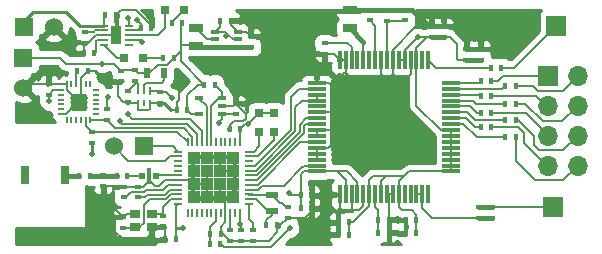
<source format=gtl>
G04 #@! TF.FileFunction,Copper,L1,Top,Signal*
%FSLAX46Y46*%
G04 Gerber Fmt 4.6, Leading zero omitted, Abs format (unit mm)*
G04 Created by KiCad (PCBNEW 4.0.6) date 09/21/17 14:57:10*
%MOMM*%
%LPD*%
G01*
G04 APERTURE LIST*
%ADD10C,0.150000*%
%ADD11R,0.500000X0.200000*%
%ADD12R,0.550000X0.200000*%
%ADD13R,0.200000X0.500000*%
%ADD14R,0.200000X0.550000*%
%ADD15R,0.650000X0.400000*%
%ADD16R,0.599440X0.398780*%
%ADD17R,0.398780X0.599440*%
%ADD18R,1.143000X0.635000*%
%ADD19R,1.524000X1.524000*%
%ADD20C,1.524000*%
%ADD21R,0.800000X0.800000*%
%ADD22R,0.300000X0.700000*%
%ADD23R,0.600000X0.600000*%
%ADD24R,1.700000X1.700000*%
%ADD25R,1.500000X0.300000*%
%ADD26R,0.300000X1.500000*%
%ADD27R,0.900000X0.800000*%
%ADD28R,0.800000X1.600000*%
%ADD29O,1.700000X1.700000*%
%ADD30R,0.800000X0.200000*%
%ADD31R,0.200000X0.800000*%
%ADD32R,1.112500X1.112500*%
%ADD33R,1.100000X0.600000*%
%ADD34R,0.700000X0.240000*%
%ADD35R,0.900000X1.500000*%
%ADD36R,0.250000X0.700000*%
%ADD37R,0.250000X0.600000*%
%ADD38R,0.500000X0.900000*%
%ADD39C,0.508000*%
%ADD40C,0.152000*%
%ADD41C,0.460000*%
%ADD42C,0.229000*%
%ADD43C,0.457200*%
%ADD44C,0.152400*%
%ADD45C,0.254000*%
G04 APERTURE END LIST*
D10*
D11*
X273412500Y-122477500D03*
D12*
X273412500Y-122077500D03*
X273412500Y-121677500D03*
X273412500Y-121277500D03*
X273412500Y-120877500D03*
D11*
X273412500Y-120477500D03*
D13*
X272912500Y-119977500D03*
D14*
X272512500Y-119977500D03*
X272112500Y-119977500D03*
X271712500Y-119977500D03*
X271312500Y-119977500D03*
D13*
X270912500Y-119977500D03*
D11*
X270412500Y-120477500D03*
D12*
X270412500Y-120877500D03*
X270412500Y-121277500D03*
X270412500Y-121677500D03*
X270412500Y-122077500D03*
D11*
X270412500Y-122477500D03*
D13*
X270912500Y-122977500D03*
D14*
X271312500Y-122977500D03*
X271712500Y-122977500D03*
X272112500Y-122977500D03*
X272512500Y-122977500D03*
D13*
X272912500Y-122977500D03*
D15*
X284050000Y-122470000D03*
X284050000Y-121170000D03*
X284050000Y-121820000D03*
X282150000Y-121170000D03*
X282150000Y-122470000D03*
D16*
X284760000Y-132310420D03*
X284760000Y-133209580D03*
D17*
X285619580Y-123780000D03*
X284720420Y-123780000D03*
D16*
X298035000Y-113680420D03*
X298035000Y-114579580D03*
X286507500Y-116822080D03*
X286507500Y-115922920D03*
D17*
X283907920Y-114572500D03*
X284807080Y-114572500D03*
D18*
X281857500Y-115210500D03*
X281857500Y-116734500D03*
D15*
X285407500Y-116822500D03*
X285407500Y-115522500D03*
X283507500Y-116172500D03*
X285407500Y-116172500D03*
X283507500Y-115522500D03*
X283507500Y-116822500D03*
X285407500Y-116822500D03*
X285407500Y-115522500D03*
X283507500Y-116172500D03*
X285407500Y-116172500D03*
X283507500Y-115522500D03*
X283507500Y-116822500D03*
D18*
X281857500Y-115210500D03*
X281857500Y-116734500D03*
D17*
X283907920Y-114572500D03*
X284807080Y-114572500D03*
D16*
X286507500Y-116822080D03*
X286507500Y-115922920D03*
X285220000Y-122499580D03*
X285220000Y-121600420D03*
D17*
X281109580Y-122180000D03*
X280210420Y-122180000D03*
X282560420Y-120000000D03*
X283459580Y-120000000D03*
D16*
X286660000Y-132310420D03*
X286660000Y-133209580D03*
D19*
X267250000Y-117710000D03*
D20*
X267250000Y-120250000D03*
D16*
X276062500Y-120542920D03*
X276062500Y-121442080D03*
X275522500Y-118822920D03*
X275522500Y-119722080D03*
X278802500Y-120642920D03*
X278802500Y-121542080D03*
X276692500Y-119682080D03*
X276692500Y-118782920D03*
D17*
X278079580Y-115180000D03*
X277180420Y-115180000D03*
D16*
X272475000Y-116434580D03*
X272475000Y-115535420D03*
D17*
X279969580Y-117730000D03*
X279070420Y-117730000D03*
X272345420Y-117355000D03*
X273244580Y-117355000D03*
X279800420Y-114760000D03*
X280699580Y-114760000D03*
D21*
X280800000Y-113710000D03*
X279200000Y-113710000D03*
X277380000Y-117740000D03*
X275780000Y-117740000D03*
X287210000Y-122435000D03*
X287210000Y-124035000D03*
D17*
X283035420Y-132610000D03*
X283934580Y-132610000D03*
X283929580Y-133500000D03*
X283030420Y-133500000D03*
D16*
X285710000Y-133209580D03*
X285710000Y-132310420D03*
X274310000Y-122085420D03*
X274310000Y-122984580D03*
X273040000Y-124899580D03*
X273040000Y-124000420D03*
X269410000Y-120859580D03*
X269410000Y-119960420D03*
D17*
X271792920Y-118837500D03*
X272692080Y-118837500D03*
D22*
X277860000Y-127373500D03*
D23*
X278472500Y-127700000D03*
X277247500Y-127700000D03*
D22*
X277860000Y-128062500D03*
D16*
X276950000Y-129529580D03*
X276950000Y-128630420D03*
D17*
X279250420Y-133090000D03*
X280149580Y-133090000D03*
X308025420Y-121630000D03*
X308924580Y-121630000D03*
X308025420Y-124470000D03*
X308924580Y-124470000D03*
X308015420Y-123000000D03*
X308914580Y-123000000D03*
X308025420Y-120075000D03*
X308924580Y-120075000D03*
D24*
X312375000Y-115000000D03*
D18*
X294875000Y-115212000D03*
X294875000Y-113688000D03*
D19*
X277430000Y-125235000D03*
D20*
X274890000Y-125235000D03*
D16*
X302850000Y-115075420D03*
X302850000Y-115974580D03*
D25*
X303475000Y-127350000D03*
X303475000Y-126850000D03*
X303475000Y-126350000D03*
X303475000Y-125850000D03*
X303475000Y-125350000D03*
X303475000Y-124850000D03*
X303475000Y-124350000D03*
X303475000Y-123850000D03*
X303475000Y-123350000D03*
X303475000Y-122850000D03*
X303475000Y-122350000D03*
X303475000Y-121850000D03*
X303475000Y-121350000D03*
X303475000Y-120850000D03*
X303475000Y-120350000D03*
X303475000Y-119850000D03*
D26*
X301525000Y-117900000D03*
X301025000Y-117900000D03*
X300525000Y-117900000D03*
X300025000Y-117900000D03*
X299525000Y-117900000D03*
X299025000Y-117900000D03*
X298525000Y-117900000D03*
X298025000Y-117900000D03*
X297525000Y-117900000D03*
X297025000Y-117900000D03*
X296525000Y-117900000D03*
X296025000Y-117900000D03*
X295525000Y-117900000D03*
X295025000Y-117900000D03*
X294525000Y-117900000D03*
X294025000Y-117900000D03*
D25*
X292075000Y-119850000D03*
X292075000Y-120350000D03*
X292075000Y-120850000D03*
X292075000Y-121350000D03*
X292075000Y-121850000D03*
X292075000Y-122350000D03*
X292075000Y-122850000D03*
X292075000Y-123350000D03*
X292075000Y-123850000D03*
X292075000Y-124350000D03*
X292075000Y-124850000D03*
X292075000Y-125350000D03*
X292075000Y-125850000D03*
X292075000Y-126350000D03*
X292075000Y-126850000D03*
X292075000Y-127350000D03*
D26*
X294025000Y-129300000D03*
X294525000Y-129300000D03*
X295025000Y-129300000D03*
X295525000Y-129300000D03*
X296025000Y-129300000D03*
X296525000Y-129300000D03*
X297025000Y-129300000D03*
X297525000Y-129300000D03*
X298025000Y-129300000D03*
X298525000Y-129300000D03*
X299025000Y-129300000D03*
X299525000Y-129300000D03*
X300025000Y-129300000D03*
X300525000Y-129300000D03*
X301025000Y-129300000D03*
X301525000Y-129300000D03*
D17*
X293875420Y-131650000D03*
X294774580Y-131650000D03*
X293875420Y-132700000D03*
X294774580Y-132700000D03*
D16*
X296575000Y-114549580D03*
X296575000Y-113650420D03*
X301800000Y-115075420D03*
X301800000Y-115974580D03*
D17*
X290725420Y-129375000D03*
X291624580Y-129375000D03*
X306800420Y-118575000D03*
X307699580Y-118575000D03*
X291624580Y-130450000D03*
X290725420Y-130450000D03*
X297275420Y-132550000D03*
X298174580Y-132550000D03*
X297275420Y-131425000D03*
X298174580Y-131425000D03*
X300524580Y-132600000D03*
X299625420Y-132600000D03*
D16*
X292750000Y-116475420D03*
X292750000Y-117374580D03*
D17*
X300524580Y-131425000D03*
X299625420Y-131425000D03*
D16*
X299550000Y-113650420D03*
X299550000Y-114549580D03*
X305975000Y-117000420D03*
X305975000Y-117899580D03*
X304750000Y-117000420D03*
X304750000Y-117899580D03*
D17*
X275079580Y-114120000D03*
X274180420Y-114120000D03*
D16*
X305850000Y-131249580D03*
X305850000Y-130350420D03*
X306950000Y-131249580D03*
X306950000Y-130350420D03*
D17*
X305975420Y-119700000D03*
X306874580Y-119700000D03*
X305950420Y-120950000D03*
X306849580Y-120950000D03*
X305975420Y-122390000D03*
X306874580Y-122390000D03*
X305975420Y-123610000D03*
X306874580Y-123610000D03*
D21*
X288435000Y-122435000D03*
X288435000Y-124035000D03*
D19*
X267260000Y-115080000D03*
D20*
X269800000Y-115080000D03*
D27*
X276700000Y-130950000D03*
X278100000Y-130950000D03*
X276700000Y-132050000D03*
X278100000Y-132050000D03*
D17*
X287810420Y-131910000D03*
X288709580Y-131910000D03*
D16*
X275700000Y-131200420D03*
X275700000Y-132099580D03*
X279100000Y-131999580D03*
X279100000Y-131100420D03*
X275760000Y-129529580D03*
X275760000Y-128630420D03*
X289660000Y-130360420D03*
X289660000Y-131259580D03*
D28*
X270745000Y-127673000D03*
X267345000Y-127673000D03*
D17*
X272849580Y-127700000D03*
X271950420Y-127700000D03*
D16*
X274000000Y-127650420D03*
X274000000Y-128549580D03*
D17*
X276049580Y-127700000D03*
X275150420Y-127700000D03*
D24*
X312115000Y-130350000D03*
X311655000Y-119240000D03*
D29*
X314195000Y-119240000D03*
X311655000Y-121780000D03*
X314195000Y-121780000D03*
X311655000Y-124320000D03*
X314195000Y-124320000D03*
X311655000Y-126860000D03*
X314195000Y-126860000D03*
D30*
X286350000Y-130080000D03*
X286350000Y-129680000D03*
X286350000Y-129280000D03*
X286350000Y-128880000D03*
X286350000Y-128480000D03*
X286350000Y-128080000D03*
X286350000Y-127680000D03*
X286350000Y-127280000D03*
X286350000Y-126880000D03*
X286350000Y-126480000D03*
X286350000Y-126080000D03*
X286350000Y-125680000D03*
D31*
X285550000Y-124880000D03*
X285150000Y-124880000D03*
X284750000Y-124880000D03*
X284350000Y-124880000D03*
X283950000Y-124880000D03*
X283550000Y-124880000D03*
X283150000Y-124880000D03*
X282750000Y-124880000D03*
X282350000Y-124880000D03*
X281950000Y-124880000D03*
X281550000Y-124880000D03*
X281150000Y-124880000D03*
D30*
X280350000Y-125680000D03*
X280350000Y-126080000D03*
X280350000Y-126480000D03*
X280350000Y-126880000D03*
X280350000Y-127280000D03*
X280350000Y-127680000D03*
X280350000Y-128080000D03*
X280350000Y-128480000D03*
X280350000Y-128880000D03*
X280350000Y-129280000D03*
X280350000Y-129680000D03*
X280350000Y-130080000D03*
D31*
X281150000Y-130880000D03*
X281550000Y-130880000D03*
X281950000Y-130880000D03*
X282350000Y-130880000D03*
X282750000Y-130880000D03*
X283150000Y-130880000D03*
X283550000Y-130880000D03*
X283950000Y-130880000D03*
X284350000Y-130880000D03*
X284750000Y-130880000D03*
X285150000Y-130880000D03*
X285550000Y-130880000D03*
D32*
X281681250Y-126211250D03*
X281681250Y-127323750D03*
X281681250Y-128436250D03*
X281681250Y-129548750D03*
X282793750Y-126211250D03*
X282793750Y-127323750D03*
X282793750Y-128436250D03*
X282793750Y-129548750D03*
X283906250Y-126211250D03*
X283906250Y-127323750D03*
X283906250Y-128436250D03*
X283906250Y-129548750D03*
X285018750Y-126211250D03*
X285018750Y-127323750D03*
X285018750Y-128436250D03*
X285018750Y-129548750D03*
D33*
X288260000Y-129310000D03*
X288260000Y-130710000D03*
D34*
X274075000Y-115005000D03*
X274075000Y-115405000D03*
X274075000Y-115805000D03*
X274075000Y-116205000D03*
X274075000Y-116605000D03*
X276175000Y-116605000D03*
X276175000Y-116205000D03*
X276175000Y-115805000D03*
X276175000Y-115405000D03*
X276175000Y-115005000D03*
D35*
X275125000Y-115805000D03*
D36*
X277952500Y-120552500D03*
D37*
X277452500Y-120552500D03*
X276952500Y-120552500D03*
X276952500Y-121552500D03*
X277452500Y-121552500D03*
X277952500Y-121552500D03*
D38*
X277672500Y-119022500D03*
X279172500Y-119022500D03*
D39*
X285290000Y-119810000D03*
X280440000Y-119800000D03*
X273970000Y-119420000D03*
X293525000Y-125500000D03*
X298875000Y-131350000D03*
X298475000Y-120800000D03*
X291725000Y-128350000D03*
X274380000Y-121080000D03*
X289760000Y-129210000D03*
X286282500Y-123362500D03*
X285625000Y-131775000D03*
X280760000Y-132120000D03*
X273050000Y-125880000D03*
X279820000Y-121110000D03*
X269380000Y-121420000D03*
X300650420Y-115974580D03*
X284400000Y-115880000D03*
X273930000Y-118230000D03*
X276130000Y-114330000D03*
X289790000Y-132180000D03*
X283770000Y-123230000D03*
X276840000Y-114510000D03*
X275420000Y-123120000D03*
X277270000Y-116370000D03*
X276090000Y-122490000D03*
D40*
X286350000Y-130080000D02*
X286350000Y-131400000D01*
X286660000Y-131710000D02*
X286660000Y-132310420D01*
X286350000Y-131400000D02*
X286660000Y-131710000D01*
X278860000Y-128930000D02*
X279050000Y-128930000D01*
X277490000Y-129080000D02*
X277640000Y-128930000D01*
X277640000Y-128930000D02*
X278860000Y-128930000D01*
X275920420Y-129529580D02*
X276370000Y-129080000D01*
X276370000Y-129080000D02*
X277330000Y-129080000D01*
X277330000Y-129080000D02*
X277490000Y-129080000D01*
X279500000Y-128480000D02*
X280350000Y-128480000D01*
X279050000Y-128930000D02*
X279500000Y-128480000D01*
X275760000Y-129529580D02*
X275920420Y-129529580D01*
X277247500Y-127700000D02*
X276049580Y-127700000D01*
X286350000Y-128080000D02*
X287034510Y-128080000D01*
X291170000Y-123350000D02*
X292075000Y-123350000D01*
X290985000Y-123535000D02*
X291170000Y-123350000D01*
X290985000Y-124129510D02*
X290985000Y-123535000D01*
X287034510Y-128080000D02*
X290985000Y-124129510D01*
X286350000Y-127680000D02*
X287004020Y-127680000D01*
X291170000Y-122850000D02*
X292075000Y-122850000D01*
X290635000Y-123385000D02*
X291170000Y-122850000D01*
X290635000Y-124049020D02*
X290635000Y-123385000D01*
X287004020Y-127680000D02*
X290635000Y-124049020D01*
X291975000Y-122950000D02*
X292075000Y-122850000D01*
X277430000Y-125235000D02*
X279905000Y-125235000D01*
X279905000Y-125235000D02*
X280350000Y-125680000D01*
X280350000Y-126080000D02*
X279615000Y-126080000D01*
X276090000Y-126435000D02*
X274890000Y-125235000D01*
X279260000Y-126435000D02*
X276090000Y-126435000D01*
X279615000Y-126080000D02*
X279260000Y-126435000D01*
X286350000Y-128880000D02*
X287105000Y-128880000D01*
X291070000Y-126850000D02*
X292075000Y-126850000D01*
X290910000Y-127010000D02*
X291070000Y-126850000D01*
X290860000Y-127010000D02*
X290910000Y-127010000D01*
X289320000Y-128550000D02*
X290860000Y-127010000D01*
X287435000Y-128550000D02*
X289320000Y-128550000D01*
X287105000Y-128880000D02*
X287435000Y-128550000D01*
D41*
X271950420Y-127700000D02*
X270772000Y-127700000D01*
X270772000Y-127700000D02*
X270745000Y-127673000D01*
D40*
X280210420Y-122180000D02*
X280210420Y-121499580D01*
X285220000Y-119880000D02*
X285220000Y-121600420D01*
X285290000Y-119810000D02*
X285220000Y-119880000D01*
X280440000Y-121270000D02*
X280440000Y-119800000D01*
X280210420Y-121499580D02*
X280440000Y-121270000D01*
X280160420Y-122130000D02*
X279740000Y-122130000D01*
D42*
X279152080Y-121542080D02*
X279740000Y-122130000D01*
X279152080Y-121542080D02*
X278802500Y-121542080D01*
D40*
X280160420Y-122130000D02*
X280210420Y-122180000D01*
X284050000Y-121820000D02*
X285000420Y-121820000D01*
X285000420Y-121820000D02*
X285220000Y-121600420D01*
X284720420Y-123780000D02*
X284720420Y-123439580D01*
X284720420Y-123439580D02*
X285060000Y-123100000D01*
X285060000Y-123100000D02*
X285860000Y-123100000D01*
X285860000Y-123100000D02*
X286070000Y-122890000D01*
X286070000Y-122890000D02*
X286070000Y-122450420D01*
X286070000Y-122450420D02*
X285220000Y-121600420D01*
X278079580Y-114959580D02*
X276820000Y-113700000D01*
X275499580Y-113700000D02*
X275079580Y-114120000D01*
X276820000Y-113700000D02*
X275499580Y-113700000D01*
X286507500Y-115922920D02*
X287630000Y-115922920D01*
X287630000Y-115922920D02*
X290302920Y-115922920D01*
X290302920Y-115922920D02*
X291754580Y-117374580D01*
X291754580Y-117374580D02*
X292750000Y-117374580D01*
X278079580Y-115180000D02*
X278079580Y-114959580D01*
D42*
X272475000Y-116434580D02*
X271154580Y-116434580D01*
X271154580Y-116434580D02*
X269800000Y-115080000D01*
D40*
X274075000Y-115805000D02*
X275125000Y-115805000D01*
X275079580Y-114120000D02*
X275079580Y-115759580D01*
X275079580Y-115759580D02*
X275125000Y-115805000D01*
X292750000Y-117374580D02*
X293499580Y-117374580D01*
X293499580Y-117374580D02*
X294025000Y-117900000D01*
X269410000Y-119960420D02*
X267539580Y-119960420D01*
X267539580Y-119960420D02*
X267250000Y-120250000D01*
X279250420Y-133090000D02*
X279250420Y-132150000D01*
X279250420Y-132150000D02*
X279100000Y-131999580D01*
X272692080Y-118837500D02*
X273387500Y-118837500D01*
X274272080Y-119722080D02*
X275522500Y-119722080D01*
X273387500Y-118837500D02*
X273970000Y-119420000D01*
X273970000Y-119420000D02*
X274272080Y-119722080D01*
X270912500Y-119977500D02*
X270912500Y-120437500D01*
X271510000Y-121035000D02*
X271845000Y-121035000D01*
X270912500Y-120437500D02*
X271510000Y-121035000D01*
X269410000Y-119960420D02*
X270895420Y-119960420D01*
X270895420Y-119960420D02*
X270912500Y-119977500D01*
X291624580Y-130450000D02*
X291624580Y-130745420D01*
X291624580Y-130745420D02*
X291110420Y-131259580D01*
X291110420Y-131259580D02*
X289660000Y-131259580D01*
X283934580Y-132610000D02*
X284160420Y-132610000D01*
X284160420Y-132610000D02*
X284760000Y-133209580D01*
X284350000Y-130880000D02*
X284350000Y-131650000D01*
X283934580Y-132065420D02*
X283934580Y-132610000D01*
X284350000Y-131650000D02*
X283934580Y-132065420D01*
X286660000Y-133209580D02*
X288010420Y-133209580D01*
X288010420Y-133209580D02*
X288709580Y-132510420D01*
X288709580Y-132510420D02*
X288709580Y-131910000D01*
X288709580Y-131910000D02*
X289009580Y-131910000D01*
X289009580Y-131910000D02*
X289660000Y-131259580D01*
X281681250Y-126211250D02*
X281681250Y-127323750D01*
X281681250Y-128436250D02*
X281681250Y-127323750D01*
X282793750Y-128436250D02*
X281681250Y-128436250D01*
X282793750Y-127323750D02*
X282793750Y-128436250D01*
X282793750Y-129548750D02*
X281681250Y-129548750D01*
X282793750Y-129548750D02*
X282793750Y-128436250D01*
X283906250Y-129548750D02*
X282793750Y-129548750D01*
X283906250Y-128436250D02*
X283906250Y-129548750D01*
X283906250Y-127323750D02*
X285018750Y-127323750D01*
X283906250Y-126211250D02*
X283906250Y-127323750D01*
X285018750Y-126211250D02*
X283906250Y-126211250D01*
X285018750Y-128436250D02*
X285018750Y-129548750D01*
X283906250Y-129548750D02*
X285018750Y-129548750D01*
X284350000Y-130880000D02*
X284350000Y-129992500D01*
X284350000Y-129992500D02*
X283906250Y-129548750D01*
X286660000Y-133209580D02*
X285710000Y-133209580D01*
X285710000Y-133209580D02*
X284760000Y-133209580D01*
X282793750Y-126211250D02*
X283906250Y-126211250D01*
X281681250Y-126211250D02*
X282793750Y-126211250D01*
X276062500Y-121442080D02*
X275692080Y-121442080D01*
X275692080Y-121442080D02*
X275222500Y-120972500D01*
X275222500Y-120972500D02*
X275222500Y-120022080D01*
X275222500Y-120022080D02*
X275522500Y-119722080D01*
X275700000Y-131200420D02*
X275139580Y-131200420D01*
X278100000Y-132580000D02*
X278100000Y-132050000D01*
X277680000Y-133000000D02*
X278100000Y-132580000D01*
X275570000Y-133000000D02*
X277680000Y-133000000D01*
X275020000Y-132450000D02*
X275570000Y-133000000D01*
X275020000Y-131320000D02*
X275020000Y-132450000D01*
X275139580Y-131200420D02*
X275020000Y-131320000D01*
X274860000Y-128549580D02*
X274860000Y-130360420D01*
X274860000Y-130360420D02*
X275700000Y-131200420D01*
X280350000Y-128080000D02*
X279210000Y-128080000D01*
X278347500Y-128550000D02*
X277860000Y-128062500D01*
X278740000Y-128550000D02*
X278347500Y-128550000D01*
X279210000Y-128080000D02*
X278740000Y-128550000D01*
X274000000Y-128549580D02*
X274860000Y-128549580D01*
X274860000Y-128549580D02*
X275679160Y-128549580D01*
X275679160Y-128549580D02*
X275760000Y-128630420D01*
X276950000Y-128630420D02*
X275760000Y-128630420D01*
X276950000Y-128630420D02*
X277409580Y-128630420D01*
X277409580Y-128630420D02*
X277860000Y-128180000D01*
X277860000Y-128180000D02*
X277860000Y-128062500D01*
X280350000Y-128080000D02*
X281325000Y-128080000D01*
X281325000Y-128080000D02*
X281681250Y-128436250D01*
X277860000Y-128062500D02*
X277860000Y-127373500D01*
D43*
X298035000Y-113680420D02*
X299520000Y-113680420D01*
X299520000Y-113680420D02*
X299550000Y-113650420D01*
X296575000Y-113650420D02*
X298005000Y-113650420D01*
X298005000Y-113650420D02*
X298035000Y-113680420D01*
D42*
X278852080Y-121492500D02*
X278802500Y-121542080D01*
D40*
X286507500Y-115922920D02*
X286507500Y-115922500D01*
X286507500Y-115922920D02*
X286537080Y-115922920D01*
X286562500Y-115867920D02*
X286507500Y-115922920D01*
X284807080Y-114922080D02*
X285407500Y-115522500D01*
X284807080Y-114572500D02*
X284807080Y-114922080D01*
X286107080Y-115522500D02*
X286507500Y-115922920D01*
X285407500Y-115522500D02*
X286107080Y-115522500D01*
X285407500Y-115522500D02*
X286107080Y-115522500D01*
X286107080Y-115522500D02*
X286507500Y-115922920D01*
X284807080Y-114572500D02*
X284807080Y-114922080D01*
X284807080Y-114922080D02*
X285407500Y-115522500D01*
X286562500Y-115867920D02*
X286507500Y-115922920D01*
X286507500Y-115922920D02*
X286537080Y-115922920D01*
X286507500Y-115922920D02*
X286507500Y-115922500D01*
X277952500Y-121552500D02*
X278792080Y-121552500D01*
X278792080Y-121552500D02*
X278802500Y-121542080D01*
X276952500Y-121552500D02*
X276952500Y-122182500D01*
X277952500Y-122032500D02*
X277952500Y-121552500D01*
X277832500Y-122152500D02*
X277952500Y-122032500D01*
X276982500Y-122152500D02*
X277832500Y-122152500D01*
X276952500Y-122182500D02*
X276982500Y-122152500D01*
X276952500Y-121552500D02*
X276172920Y-121552500D01*
X276172920Y-121552500D02*
X276062500Y-121442080D01*
X293875420Y-132430420D02*
X293875420Y-132700000D01*
X272475000Y-116434580D02*
X272725420Y-116434580D01*
X272725420Y-116434580D02*
X273355000Y-115805000D01*
X273355000Y-115805000D02*
X274075000Y-115805000D01*
X272345420Y-117355000D02*
X272345420Y-116564160D01*
X272345420Y-116564160D02*
X272475000Y-116434580D01*
X298875000Y-131350000D02*
X298875000Y-131425000D01*
D43*
X299550000Y-113650420D02*
X300150420Y-113650420D01*
X300150420Y-113650420D02*
X301575420Y-115075420D01*
D40*
X298174580Y-131425000D02*
X298875000Y-131425000D01*
X298875000Y-131425000D02*
X299625420Y-131425000D01*
X298174580Y-131425000D02*
X298174580Y-129449580D01*
X298174580Y-129449580D02*
X298025000Y-129300000D01*
X294025000Y-130425000D02*
X294025000Y-131500420D01*
X294025000Y-131500420D02*
X293875420Y-131650000D01*
X298224580Y-132600000D02*
X298174580Y-132550000D01*
X298525000Y-117900000D02*
X298525000Y-117075000D01*
X300524580Y-115075420D02*
X301800000Y-115075420D01*
X298525000Y-117075000D02*
X300524580Y-115075420D01*
D43*
X302850000Y-115075420D02*
X303650420Y-115075420D01*
X304750000Y-116175000D02*
X304750000Y-117000420D01*
X303650420Y-115075420D02*
X304750000Y-116175000D01*
X304750000Y-117000420D02*
X305975000Y-117000420D01*
X302850000Y-115075420D02*
X301800000Y-115075420D01*
X301575420Y-115075420D02*
X301800000Y-115075420D01*
D40*
X300025000Y-119125000D02*
X300025000Y-117900000D01*
X296025000Y-129300000D02*
X296025000Y-130250000D01*
X296025000Y-130250000D02*
X295675000Y-130600000D01*
X293875420Y-132700000D02*
X293875420Y-131650000D01*
X298174580Y-132550000D02*
X298174580Y-131425000D01*
X299625420Y-131425000D02*
X299625420Y-132600000D01*
X294525000Y-117900000D02*
X294025000Y-117900000D01*
D43*
X294875000Y-113688000D02*
X296537420Y-113688000D01*
D40*
X296537420Y-113688000D02*
X296575000Y-113650420D01*
X294887420Y-113700420D02*
X294875000Y-113688000D01*
X298525000Y-119100000D02*
X298525000Y-117900000D01*
X297525000Y-119400000D02*
X297525000Y-117900000D01*
X294025000Y-117900000D02*
X294025000Y-118500000D01*
X294025000Y-117900000D02*
X294025000Y-117600000D01*
X294025000Y-117900000D02*
X294025000Y-117700000D01*
X298525000Y-129300000D02*
X298025000Y-129300000D01*
D43*
X298175000Y-119450000D02*
X298175000Y-120500000D01*
X298175000Y-120500000D02*
X298475000Y-120800000D01*
D40*
X293275000Y-125250000D02*
X293525000Y-125500000D01*
X294200000Y-130600000D02*
X294025000Y-130425000D01*
X295000000Y-119450000D02*
X297475000Y-119450000D01*
X298175000Y-119450000D02*
X299700000Y-119450000D01*
X299700000Y-119450000D02*
X300025000Y-119125000D01*
X295675000Y-130600000D02*
X295050000Y-130600000D01*
X297475000Y-119450000D02*
X298175000Y-119450000D01*
X298175000Y-119450000D02*
X298525000Y-119100000D01*
X297475000Y-119450000D02*
X297525000Y-119400000D01*
X291725000Y-128350000D02*
X291624580Y-128450420D01*
X294487500Y-118937500D02*
X295000000Y-119450000D01*
X293475000Y-119950000D02*
X294487500Y-118937500D01*
X294487500Y-118937500D02*
X294525000Y-118900000D01*
X293175000Y-119950000D02*
X293475000Y-119950000D01*
X293175000Y-119950000D02*
X293275000Y-120050000D01*
X293075000Y-119850000D02*
X293175000Y-119950000D01*
X293275000Y-120050000D02*
X293275000Y-122150000D01*
X293275000Y-123800000D02*
X293275000Y-122150000D01*
X293275000Y-122150000D02*
X293275000Y-122250000D01*
X293275000Y-122250000D02*
X293175000Y-122350000D01*
X293275000Y-125025000D02*
X293275000Y-125250000D01*
X293275000Y-123825000D02*
X293275000Y-125025000D01*
X293275000Y-125025000D02*
X293275000Y-125075000D01*
X293275000Y-125075000D02*
X293000000Y-125350000D01*
X293275000Y-123850000D02*
X293275000Y-123825000D01*
X293275000Y-123825000D02*
X293275000Y-123800000D01*
X295050000Y-130600000D02*
X294200000Y-130600000D01*
X295050000Y-130600000D02*
X295025000Y-130600000D01*
X270412500Y-122477500D02*
X270872500Y-122477500D01*
X270872500Y-122477500D02*
X271372500Y-121977500D01*
X271372500Y-121977500D02*
X271372500Y-121507500D01*
X271372500Y-121507500D02*
X271845000Y-121035000D01*
X272112500Y-120767500D02*
X272112500Y-119977500D01*
X271845000Y-121035000D02*
X272112500Y-120767500D01*
X272692080Y-118837500D02*
X272692080Y-118687500D01*
X272112500Y-119977500D02*
X272112500Y-119417080D01*
X272112500Y-119417080D02*
X272692080Y-118837500D01*
X279100000Y-131999580D02*
X279349580Y-131999580D01*
X275950420Y-130950000D02*
X275700000Y-131200420D01*
X276700000Y-130950000D02*
X275950420Y-130950000D01*
X279100000Y-131999580D02*
X278150420Y-131999580D01*
X278150420Y-131999580D02*
X278100000Y-132050000D01*
X294025000Y-129300000D02*
X291699580Y-129300000D01*
X291699580Y-129300000D02*
X291624580Y-129375000D01*
X291624580Y-128450420D02*
X291624580Y-129375000D01*
X291624580Y-130450000D02*
X291624580Y-129375000D01*
X294025000Y-129300000D02*
X294025000Y-130425000D01*
X295025000Y-130600000D02*
X295025000Y-129300000D01*
X293000000Y-125350000D02*
X292075000Y-125350000D01*
X292075000Y-124350000D02*
X292075000Y-123850000D01*
X292075000Y-125350000D02*
X292075000Y-125850000D01*
X292075000Y-125850000D02*
X292075000Y-126350000D01*
X292075000Y-119850000D02*
X293075000Y-119850000D01*
X292075000Y-123850000D02*
X293275000Y-123850000D01*
X294525000Y-118900000D02*
X294525000Y-117900000D01*
X293175000Y-122350000D02*
X292075000Y-122350000D01*
D44*
X278200420Y-131999580D02*
X278100000Y-132100000D01*
D40*
X286282500Y-123362500D02*
X286037080Y-123362500D01*
X286037080Y-123362500D02*
X285619580Y-123780000D01*
X285550000Y-124880000D02*
X285550000Y-123849580D01*
X285550000Y-123849580D02*
X285619580Y-123780000D01*
X287095000Y-122320000D02*
X287210000Y-122435000D01*
X274310000Y-121150000D02*
X274310000Y-122085420D01*
X274380000Y-121080000D02*
X274310000Y-121150000D01*
X289925000Y-129375000D02*
X289760000Y-129210000D01*
X290725420Y-129375000D02*
X289925000Y-129375000D01*
D42*
X280149580Y-132100000D02*
X280740000Y-132100000D01*
X280760000Y-132120000D02*
X280740000Y-132100000D01*
X273050000Y-125880000D02*
X273040000Y-125870000D01*
X273040000Y-125870000D02*
X273040000Y-124899580D01*
D40*
X269410000Y-120859580D02*
X269410000Y-121390000D01*
X279352920Y-120642920D02*
X278802500Y-120642920D01*
X279820000Y-121110000D02*
X279352920Y-120642920D01*
X269410000Y-121390000D02*
X269380000Y-121420000D01*
X280350000Y-130080000D02*
X280310000Y-130080000D01*
X280310000Y-130080000D02*
X280149580Y-130240420D01*
X280149580Y-130240420D02*
X280149580Y-132100000D01*
X280149580Y-132100000D02*
X280149580Y-133090000D01*
X286282500Y-123362500D02*
X287210000Y-122435000D01*
X288435000Y-122435000D02*
X287210000Y-122435000D01*
X270412500Y-120477500D02*
X269792080Y-120477500D01*
X269792080Y-120477500D02*
X269410000Y-120859580D01*
X285710000Y-132310420D02*
X285710000Y-131860000D01*
X285710000Y-131860000D02*
X285625000Y-131775000D01*
X285550000Y-131700000D02*
X285550000Y-130880000D01*
X285625000Y-131775000D02*
X285550000Y-131700000D01*
X292075000Y-127350000D02*
X291015000Y-127350000D01*
X290725420Y-127639580D02*
X290725420Y-129375000D01*
X291015000Y-127350000D02*
X290860000Y-127505000D01*
X290860000Y-127505000D02*
X290725420Y-127639580D01*
X278802500Y-120642920D02*
X278842080Y-120642920D01*
X277952500Y-120552500D02*
X278712080Y-120552500D01*
X278712080Y-120552500D02*
X278802500Y-120642920D01*
X290725420Y-130450000D02*
X290725420Y-129375000D01*
X293775000Y-127350000D02*
X294625000Y-127350000D01*
X295525000Y-128250000D02*
X295525000Y-129300000D01*
X294625000Y-127350000D02*
X295525000Y-128250000D01*
X292075000Y-127350000D02*
X293775000Y-127350000D01*
X294525000Y-128100000D02*
X294525000Y-129300000D01*
X293775000Y-127350000D02*
X294525000Y-128100000D01*
X284360000Y-115522500D02*
X284360000Y-115575000D01*
X284360000Y-115840000D02*
X284360000Y-115575000D01*
X284400000Y-115880000D02*
X284360000Y-115840000D01*
X283907920Y-114572500D02*
X283907920Y-114427080D01*
X284307500Y-115522500D02*
X284360000Y-115522500D01*
X284360000Y-115522500D02*
X283507500Y-115522500D01*
X284957500Y-116172500D02*
X284557500Y-115772500D01*
X285407500Y-116172500D02*
X284957500Y-116172500D01*
X283907920Y-115122080D02*
X283507500Y-115522500D01*
X283907920Y-114572500D02*
X283907920Y-115122080D01*
X283907920Y-114572500D02*
X283907920Y-115122080D01*
X283907920Y-115122080D02*
X283507500Y-115522500D01*
X285407500Y-116172500D02*
X284957500Y-116172500D01*
X284957500Y-116172500D02*
X284557500Y-115772500D01*
X284307500Y-115522500D02*
X283507500Y-115522500D01*
X284557500Y-115772500D02*
X284307500Y-115522500D01*
X301800000Y-115974580D02*
X301425420Y-115974580D01*
X300525000Y-116875000D02*
X300525000Y-117900000D01*
X301425420Y-115974580D02*
X300525000Y-116875000D01*
X299025000Y-129300000D02*
X299025000Y-130400000D01*
X300524580Y-131049580D02*
X300524580Y-131425000D01*
X300125000Y-130650000D02*
X300524580Y-131049580D01*
X299275000Y-130650000D02*
X300125000Y-130650000D01*
X299025000Y-130400000D02*
X299275000Y-130650000D01*
X296525000Y-129300000D02*
X296525000Y-130250000D01*
X295125000Y-131650000D02*
X294774580Y-131650000D01*
X296525000Y-130250000D02*
X295125000Y-131650000D01*
X302850000Y-115974580D02*
X303324580Y-115974580D01*
X304049580Y-117899580D02*
X304750000Y-117899580D01*
X303950000Y-117800000D02*
X304049580Y-117899580D01*
X303950000Y-116600000D02*
X303950000Y-117800000D01*
X303324580Y-115974580D02*
X303950000Y-116600000D01*
X299525000Y-117900000D02*
X299525000Y-117100000D01*
X299525000Y-117100000D02*
X300650420Y-115974580D01*
X300650420Y-115974580D02*
X301800000Y-115974580D01*
D43*
X302850000Y-115974580D02*
X301800000Y-115974580D01*
X305975000Y-117899580D02*
X304750000Y-117899580D01*
D40*
X294774580Y-131650000D02*
X294774580Y-132700000D01*
X298075000Y-127750000D02*
X296825000Y-127750000D01*
X296525000Y-128050000D02*
X296525000Y-129300000D01*
X296825000Y-127750000D02*
X296525000Y-128050000D01*
X297525000Y-129300000D02*
X297525000Y-128175000D01*
X297950000Y-127750000D02*
X298075000Y-127750000D01*
X298075000Y-127750000D02*
X299450000Y-127750000D01*
X297525000Y-128175000D02*
X297950000Y-127750000D01*
X299025000Y-129300000D02*
X299025000Y-128175000D01*
X299850000Y-127350000D02*
X303475000Y-127350000D01*
X299025000Y-128175000D02*
X299450000Y-127750000D01*
X299450000Y-127750000D02*
X299850000Y-127350000D01*
X300524580Y-132600000D02*
X300524580Y-131425000D01*
X300525000Y-117900000D02*
X300525000Y-119150000D01*
X300525000Y-119150000D02*
X300525000Y-121775000D01*
X302600000Y-123850000D02*
X303475000Y-123850000D01*
X300525000Y-121775000D02*
X302600000Y-123850000D01*
X303475000Y-125850000D02*
X303475000Y-126350000D01*
X303475000Y-126850000D02*
X303475000Y-127350000D01*
X303475000Y-123850000D02*
X303475000Y-124350000D01*
X299074580Y-129349580D02*
X299025000Y-129300000D01*
X303475000Y-125350000D02*
X303475000Y-125850000D01*
X303475000Y-126350000D02*
X303475000Y-126850000D01*
X303475000Y-124850000D02*
X303475000Y-125350000D01*
X303475000Y-124350000D02*
X303475000Y-124850000D01*
X296524580Y-129300420D02*
X296525000Y-129300000D01*
X296524580Y-129300420D02*
X296525000Y-129300000D01*
X299025000Y-117900000D02*
X299525000Y-117900000D01*
X308015420Y-123000000D02*
X305475000Y-123000000D01*
X304825000Y-122350000D02*
X303475000Y-122350000D01*
X305475000Y-123000000D02*
X304825000Y-122350000D01*
X303425000Y-122300000D02*
X303475000Y-122350000D01*
X303475000Y-121850000D02*
X305095000Y-121850000D01*
X305635000Y-122390000D02*
X305975420Y-122390000D01*
X305095000Y-121850000D02*
X305635000Y-122390000D01*
X303475000Y-120850000D02*
X305850420Y-120850000D01*
X305850420Y-120850000D02*
X305950420Y-120950000D01*
X303475000Y-119850000D02*
X305825420Y-119850000D01*
X305825420Y-119850000D02*
X305975420Y-119700000D01*
X305825420Y-119850000D02*
X305975420Y-119700000D01*
X306800420Y-118575000D02*
X302200000Y-118575000D01*
X302200000Y-118575000D02*
X301525000Y-117900000D01*
X286350000Y-126880000D02*
X286884510Y-126880000D01*
X290570000Y-120350000D02*
X292075000Y-120350000D01*
X289910000Y-121010000D02*
X290570000Y-120350000D01*
X289910000Y-123854510D02*
X289910000Y-121010000D01*
X286884510Y-126880000D02*
X289910000Y-123854510D01*
X292025000Y-120300000D02*
X292075000Y-120350000D01*
X286350000Y-128480000D02*
X287065000Y-128480000D01*
X290695000Y-124850000D02*
X292075000Y-124850000D01*
X287065000Y-128480000D02*
X290695000Y-124850000D01*
X312115000Y-130350000D02*
X306950420Y-130350000D01*
X306950420Y-130350000D02*
X306950000Y-130350420D01*
D43*
X306950000Y-130350420D02*
X305850000Y-130350420D01*
D40*
X306874580Y-122390000D02*
X309765000Y-122390000D01*
X309765000Y-122390000D02*
X311655000Y-124280000D01*
X311655000Y-124280000D02*
X311655000Y-124320000D01*
X306849580Y-120950000D02*
X310675000Y-120950000D01*
X310675000Y-120950000D02*
X311505000Y-121780000D01*
X311505000Y-121780000D02*
X311655000Y-121780000D01*
X306874580Y-119700000D02*
X307425000Y-119700000D01*
X307885000Y-119240000D02*
X311655000Y-119240000D01*
X307425000Y-119700000D02*
X307885000Y-119240000D01*
X310925000Y-119420000D02*
X311105000Y-119240000D01*
X280560000Y-117139580D02*
X280560000Y-117999580D01*
X280560000Y-117999580D02*
X282560420Y-120000000D01*
X281109580Y-122180000D02*
X281109580Y-120900420D01*
X281109580Y-120900420D02*
X282010000Y-120000000D01*
X282010000Y-120000000D02*
X282560420Y-120000000D01*
X282150000Y-122470000D02*
X281399580Y-122470000D01*
X281399580Y-122470000D02*
X281109580Y-122180000D01*
X282150000Y-122470000D02*
X282110000Y-122470000D01*
X281970000Y-122470000D02*
X282150000Y-122470000D01*
X276175000Y-115005000D02*
X276175000Y-114375000D01*
X273950000Y-118230000D02*
X273950000Y-118220000D01*
X273940000Y-118220000D02*
X273950000Y-118230000D01*
X273930000Y-118230000D02*
X273940000Y-118220000D01*
X276175000Y-114375000D02*
X276130000Y-114330000D01*
X280560000Y-116640000D02*
X280560000Y-117139580D01*
X280560000Y-117139580D02*
X279969580Y-117730000D01*
X280560000Y-116640000D02*
X281763000Y-116640000D01*
X281763000Y-116640000D02*
X281857500Y-116734500D01*
X280560000Y-116640000D02*
X280560000Y-114899580D01*
X280560000Y-114899580D02*
X280699580Y-114760000D01*
X277672500Y-119022500D02*
X277917500Y-119022500D01*
X277917500Y-119022500D02*
X278630000Y-118310000D01*
X278630000Y-118310000D02*
X279389580Y-118310000D01*
X279389580Y-118310000D02*
X279969580Y-117730000D01*
X267250000Y-117710000D02*
X270370000Y-117710000D01*
X270370000Y-117710000D02*
X270880000Y-118220000D01*
X270880000Y-118220000D02*
X273950000Y-118220000D01*
X273950000Y-118220000D02*
X274919580Y-118220000D01*
X274919580Y-118220000D02*
X275522500Y-118822920D01*
X281762580Y-116639580D02*
X281857500Y-116734500D01*
X276692500Y-118782920D02*
X275562500Y-118782920D01*
X275562500Y-118782920D02*
X275522500Y-118822920D01*
X277672500Y-119022500D02*
X276932080Y-119022500D01*
X276932080Y-119022500D02*
X276692500Y-118782920D01*
X281857500Y-116734500D02*
X281559500Y-116734500D01*
X285507920Y-116722080D02*
X285407500Y-116822500D01*
D43*
X285407500Y-116822500D02*
X284177500Y-116822500D01*
X284177500Y-116822500D02*
X283507500Y-116822500D01*
D40*
X283419500Y-116734500D02*
X283507500Y-116822500D01*
D43*
X286507500Y-116822080D02*
X285407920Y-116822080D01*
D40*
X285407920Y-116822080D02*
X285407500Y-116822500D01*
D43*
X281857500Y-116734500D02*
X281857500Y-116797500D01*
X281945500Y-116822500D02*
X281857500Y-116734500D01*
X283507500Y-116822500D02*
X281945500Y-116822500D01*
X283507500Y-116822500D02*
X281945500Y-116822500D01*
X281945500Y-116822500D02*
X281857500Y-116734500D01*
X281857500Y-116734500D02*
X281857500Y-116797500D01*
D40*
X285407920Y-116822080D02*
X285407500Y-116822500D01*
D43*
X286507500Y-116822080D02*
X285407920Y-116822080D01*
D40*
X283419500Y-116734500D02*
X283507500Y-116822500D01*
D43*
X285407500Y-116822500D02*
X283507500Y-116822500D01*
D40*
X285507920Y-116722080D02*
X285407500Y-116822500D01*
X276742920Y-118732500D02*
X276692500Y-118782920D01*
X305850000Y-131249580D02*
X301864580Y-131249580D01*
X301025000Y-130410000D02*
X301025000Y-129300000D01*
X301864580Y-131249580D02*
X301025000Y-130410000D01*
X300525000Y-129300000D02*
X301025000Y-129300000D01*
X300525420Y-129300420D02*
X300525000Y-129300000D01*
X305750000Y-131349580D02*
X305850000Y-131249580D01*
D43*
X305850000Y-131249580D02*
X306950000Y-131249580D01*
D41*
X274000000Y-127699580D02*
X272850000Y-127699580D01*
X272850000Y-127699580D02*
X272849580Y-127700000D01*
X275150420Y-127700000D02*
X274000420Y-127700000D01*
X274000420Y-127700000D02*
X274000000Y-127699580D01*
D40*
X282819500Y-116172500D02*
X281857500Y-115210500D01*
X283507500Y-116172500D02*
X282819500Y-116172500D01*
X283507500Y-116172500D02*
X282819500Y-116172500D01*
X282819500Y-116172500D02*
X281857500Y-115210500D01*
X308025420Y-121630000D02*
X305595000Y-121630000D01*
X305315000Y-121350000D02*
X303475000Y-121350000D01*
X305595000Y-121630000D02*
X305315000Y-121350000D01*
X303475000Y-120350000D02*
X307750000Y-120350000D01*
X307750000Y-120350000D02*
X308025000Y-120075000D01*
X308025000Y-120075000D02*
X308025420Y-120075000D01*
X308025420Y-124470000D02*
X305615000Y-124470000D01*
X304495000Y-123350000D02*
X303475000Y-123350000D01*
X305615000Y-124470000D02*
X304495000Y-123350000D01*
X303475000Y-122850000D02*
X304725000Y-122850000D01*
X305485000Y-123610000D02*
X305975420Y-123610000D01*
X304725000Y-122850000D02*
X305485000Y-123610000D01*
X307699580Y-118575000D02*
X308800000Y-118575000D01*
X308800000Y-118575000D02*
X312375000Y-115000000D01*
X311655000Y-126860000D02*
X311535000Y-126860000D01*
X311535000Y-126860000D02*
X309625000Y-124950000D01*
X309625000Y-124950000D02*
X309625000Y-124100000D01*
X309625000Y-124100000D02*
X309135000Y-123610000D01*
X309135000Y-123610000D02*
X306874580Y-123610000D01*
X299520000Y-114579580D02*
X299550000Y-114549580D01*
X298035000Y-114579580D02*
X299520000Y-114579580D01*
X298035000Y-114579580D02*
X298035000Y-117890000D01*
X298035000Y-117890000D02*
X298025000Y-117900000D01*
X297025000Y-117900000D02*
X297025000Y-114999580D01*
X297025000Y-114999580D02*
X296575000Y-114549580D01*
X296025000Y-117900000D02*
X296025000Y-116362000D01*
D43*
X296025000Y-116362000D02*
X294875000Y-115212000D01*
D40*
X295975000Y-117850000D02*
X296025000Y-117900000D01*
X297275420Y-131425000D02*
X297275420Y-130650420D01*
X297025000Y-130400000D02*
X297025000Y-129300000D01*
X297275420Y-130650420D02*
X297025000Y-130400000D01*
X297400000Y-131300420D02*
X297275420Y-131425000D01*
X297275420Y-132550000D02*
X297275420Y-131425000D01*
X292750000Y-116475420D02*
X294645420Y-116475420D01*
X295025000Y-116855000D02*
X295025000Y-117900000D01*
X294645420Y-116475420D02*
X295025000Y-116855000D01*
X286350000Y-126080000D02*
X287065000Y-126080000D01*
X288435000Y-124710000D02*
X288435000Y-124035000D01*
X287065000Y-126080000D02*
X288435000Y-124710000D01*
X286350000Y-125680000D02*
X286765000Y-125680000D01*
X287210000Y-125235000D02*
X287210000Y-124035000D01*
X286765000Y-125680000D02*
X287210000Y-125235000D01*
X286350000Y-125680000D02*
X286665000Y-125680000D01*
X286350000Y-127280000D02*
X286915000Y-127280000D01*
X290845000Y-121350000D02*
X292075000Y-121350000D01*
X290260000Y-121935000D02*
X290845000Y-121350000D01*
X290260000Y-123935000D02*
X290260000Y-121935000D01*
X286915000Y-127280000D02*
X290260000Y-123935000D01*
D42*
X292025000Y-120900000D02*
X292075000Y-120850000D01*
D40*
X292025000Y-120900000D02*
X292075000Y-120850000D01*
X292075000Y-120850000D02*
X292075000Y-121350000D01*
X308924580Y-120075000D02*
X310350000Y-120075000D01*
X312935000Y-120500000D02*
X314195000Y-119240000D01*
X310775000Y-120500000D02*
X312935000Y-120500000D01*
X310350000Y-120075000D02*
X310775000Y-120500000D01*
X308924580Y-121630000D02*
X309755000Y-121630000D01*
X312875000Y-123100000D02*
X314195000Y-121780000D01*
X311225000Y-123100000D02*
X312875000Y-123100000D01*
X309755000Y-121630000D02*
X311225000Y-123100000D01*
X308914580Y-123000000D02*
X309125000Y-123000000D01*
X312965000Y-125550000D02*
X314195000Y-124320000D01*
X310925000Y-125550000D02*
X312965000Y-125550000D01*
X310475000Y-125100000D02*
X310925000Y-125550000D01*
X310475000Y-124350000D02*
X310475000Y-125100000D01*
X309125000Y-123000000D02*
X310475000Y-124350000D01*
X308914580Y-123000000D02*
X309085000Y-123000000D01*
X308924580Y-124470000D02*
X308924580Y-126499580D01*
X312955000Y-128100000D02*
X314195000Y-126860000D01*
X310525000Y-128100000D02*
X312955000Y-128100000D01*
X308924580Y-126499580D02*
X310525000Y-128100000D01*
X276700000Y-132050000D02*
X277070000Y-132050000D01*
X277070000Y-132050000D02*
X277420000Y-131700000D01*
X279750000Y-129280000D02*
X280350000Y-129280000D01*
X279350000Y-129680000D02*
X279750000Y-129280000D01*
X277420000Y-131700000D02*
X277420000Y-130230000D01*
X277100000Y-132050000D02*
X276700000Y-132050000D01*
X275700000Y-132099580D02*
X276650420Y-132099580D01*
X276700000Y-132050000D02*
X276850000Y-132050000D01*
X276650420Y-132099580D02*
X276700000Y-132050000D01*
D44*
X276950000Y-132100000D02*
X276700000Y-132100000D01*
X276699580Y-132099580D02*
X276700000Y-132100000D01*
D40*
X277970000Y-129680000D02*
X279350000Y-129680000D01*
X277420000Y-130230000D02*
X277970000Y-129680000D01*
X280350000Y-129680000D02*
X279780490Y-129680000D01*
X279100000Y-130360490D02*
X279100000Y-131100420D01*
X279780490Y-129680000D02*
X279100000Y-130360490D01*
X278100000Y-130950000D02*
X278949580Y-130950000D01*
X278949580Y-130950000D02*
X279100000Y-131100420D01*
X286350000Y-129680000D02*
X286930000Y-129680000D01*
X286930000Y-129680000D02*
X287960000Y-130710000D01*
X288260000Y-130710000D02*
X288260000Y-131010000D01*
X288260000Y-131010000D02*
X287810420Y-131459580D01*
X287810420Y-131459580D02*
X287810420Y-131910000D01*
X287960000Y-130710000D02*
X288260000Y-130710000D01*
X289660000Y-130360420D02*
X289510420Y-130360420D01*
X289510420Y-130360420D02*
X289160000Y-130010000D01*
X289160000Y-130010000D02*
X288960000Y-130010000D01*
X288960000Y-130010000D02*
X288260000Y-129310000D01*
X288260000Y-129310000D02*
X286380000Y-129310000D01*
X286380000Y-129310000D02*
X286350000Y-129280000D01*
X287880000Y-129280000D02*
X287910000Y-129310000D01*
X280350000Y-127680000D02*
X278492500Y-127680000D01*
X278492500Y-127680000D02*
X278472500Y-127700000D01*
X279680000Y-128880000D02*
X280350000Y-128880000D01*
X279225245Y-129334755D02*
X279680000Y-128880000D01*
X277724405Y-129334755D02*
X279225245Y-129334755D01*
X277529580Y-129529580D02*
X277724405Y-129334755D01*
X276950000Y-129529580D02*
X277529580Y-129529580D01*
X271712500Y-119977500D02*
X271712500Y-118917920D01*
X271712500Y-118917920D02*
X271792920Y-118837500D01*
X281550000Y-124880000D02*
X281550000Y-124440000D01*
X275021438Y-123696018D02*
X274310000Y-122984580D01*
X280806018Y-123696018D02*
X275021438Y-123696018D01*
X281550000Y-124440000D02*
X280806018Y-123696018D01*
X274310000Y-122984580D02*
X272919580Y-122984580D01*
X272919580Y-122984580D02*
X272912500Y-122977500D01*
X273040000Y-124000420D02*
X280270420Y-124000420D01*
X280270420Y-124000420D02*
X281150000Y-124880000D01*
X272512500Y-122977500D02*
X272512500Y-123472920D01*
X272512500Y-123472920D02*
X273040000Y-124000420D01*
X281150000Y-124880000D02*
X281150000Y-124649580D01*
X283035420Y-132610000D02*
X283035420Y-133495000D01*
X283035420Y-133495000D02*
X283030420Y-133500000D01*
X283550000Y-130880000D02*
X283550000Y-131520000D01*
X283550000Y-131520000D02*
X283035420Y-132034580D01*
X283035420Y-132034580D02*
X283035420Y-132610000D01*
X283929580Y-133500000D02*
X283940000Y-133500000D01*
X283940000Y-133500000D02*
X284190000Y-133750000D01*
X284190000Y-133750000D02*
X288220000Y-133750000D01*
X288220000Y-133750000D02*
X289790000Y-132180000D01*
X283770000Y-123230000D02*
X284050000Y-122950000D01*
X284050000Y-122950000D02*
X284050000Y-122470000D01*
X284050000Y-122470000D02*
X285190420Y-122470000D01*
X285190420Y-122470000D02*
X285220000Y-122499580D01*
X284050000Y-122470000D02*
X284299580Y-122470000D01*
D42*
X267260000Y-114590000D02*
X267260000Y-115080000D01*
X268020000Y-113830000D02*
X267260000Y-114590000D01*
X270880000Y-113830000D02*
X268020000Y-113830000D01*
X272055000Y-115005000D02*
X270880000Y-113830000D01*
X274075000Y-115005000D02*
X272055000Y-115005000D01*
D40*
X274075000Y-115005000D02*
X274075000Y-114225420D01*
X274075000Y-114225420D02*
X274180420Y-114120000D01*
X276952500Y-120552500D02*
X276952500Y-119942080D01*
X276952500Y-119942080D02*
X276692500Y-119682080D01*
X276692500Y-119682080D02*
X276692500Y-119912920D01*
X276692500Y-119912920D02*
X276062500Y-120542920D01*
X279070420Y-117730000D02*
X277390000Y-117730000D01*
X277390000Y-117730000D02*
X277380000Y-117740000D01*
X274075000Y-116605000D02*
X274075000Y-116635000D01*
X274075000Y-116635000D02*
X275180000Y-117740000D01*
X275180000Y-117740000D02*
X275780000Y-117740000D01*
X275570000Y-117490000D02*
X275610000Y-117530000D01*
X279800420Y-114760000D02*
X279800420Y-114709580D01*
X279800420Y-114709580D02*
X280800000Y-113710000D01*
X276175000Y-115805000D02*
X278635000Y-115805000D01*
X279200000Y-115240000D02*
X279200000Y-113710000D01*
X278635000Y-115805000D02*
X279200000Y-115240000D01*
X277452500Y-120552500D02*
X277452500Y-119992500D01*
X279172500Y-119622500D02*
X279172500Y-119022500D01*
X278972500Y-119822500D02*
X279172500Y-119622500D01*
X277622500Y-119822500D02*
X278972500Y-119822500D01*
X277452500Y-119992500D02*
X277622500Y-119822500D01*
X272475000Y-115535420D02*
X273184580Y-115535420D01*
X273315000Y-115405000D02*
X274075000Y-115405000D01*
X273184580Y-115535420D02*
X273315000Y-115405000D01*
X274075000Y-116205000D02*
X273515000Y-116205000D01*
X273405000Y-116315000D02*
X273405000Y-117194580D01*
X273515000Y-116205000D02*
X273405000Y-116315000D01*
X273405000Y-117194580D02*
X273244580Y-117355000D01*
X281950000Y-124880000D02*
X281950000Y-124190000D01*
X277180420Y-114850420D02*
X276840000Y-114510000D01*
X277180420Y-114850420D02*
X277180420Y-115180000D01*
X275600000Y-123300000D02*
X275420000Y-123120000D01*
X281060000Y-123300000D02*
X275600000Y-123300000D01*
X281950000Y-124190000D02*
X281060000Y-123300000D01*
X276175000Y-115405000D02*
X276955420Y-115405000D01*
X276955420Y-115405000D02*
X277180420Y-115180000D01*
X276180000Y-115410000D02*
X276175000Y-115405000D01*
X284050000Y-121170000D02*
X284050000Y-120590420D01*
X284050000Y-120590420D02*
X283459580Y-120000000D01*
X284050000Y-121170000D02*
X283830000Y-121170000D01*
X283830000Y-121170000D02*
X283150000Y-121850000D01*
X283150000Y-121850000D02*
X283150000Y-124880000D01*
X282150000Y-121170000D02*
X282150000Y-121240000D01*
X282150000Y-121240000D02*
X282750000Y-121840000D01*
X282750000Y-121840000D02*
X282750000Y-124880000D01*
X282350000Y-124880000D02*
X282350000Y-123910000D01*
X277105000Y-116205000D02*
X277270000Y-116370000D01*
X277105000Y-116205000D02*
X276175000Y-116205000D01*
X276480000Y-122880000D02*
X276090000Y-122490000D01*
X281320000Y-122880000D02*
X276480000Y-122880000D01*
X282350000Y-123910000D02*
X281320000Y-122880000D01*
X284750000Y-130880000D02*
X284750000Y-132300420D01*
X284750000Y-132300420D02*
X284760000Y-132310420D01*
D45*
G36*
X293336673Y-128190302D02*
X293240000Y-128423691D01*
X293240000Y-129014250D01*
X293398750Y-129173000D01*
X293727560Y-129173000D01*
X293727560Y-129427000D01*
X293398750Y-129427000D01*
X293240000Y-129585750D01*
X293240000Y-130176309D01*
X293336673Y-130409698D01*
X293515301Y-130588327D01*
X293748690Y-130685000D01*
X293791250Y-130685000D01*
X293948871Y-130527379D01*
X294123110Y-130646431D01*
X294244830Y-130671080D01*
X294258750Y-130685000D01*
X294301310Y-130685000D01*
X294305335Y-130683333D01*
X294375000Y-130697440D01*
X294675000Y-130697440D01*
X294746323Y-130684020D01*
X294748690Y-130685000D01*
X294791250Y-130685000D01*
X294802871Y-130673379D01*
X294910317Y-130653162D01*
X295024978Y-130579380D01*
X295123082Y-130646412D01*
X295051046Y-130718448D01*
X294973970Y-130702840D01*
X294575190Y-130702840D01*
X294339873Y-130747118D01*
X294315636Y-130762714D01*
X294201119Y-130715280D01*
X294133865Y-130715280D01*
X293975115Y-130874030D01*
X293975115Y-131116385D01*
X293927750Y-131350280D01*
X293927750Y-131949720D01*
X293971696Y-132183270D01*
X293927750Y-132400280D01*
X293927750Y-132847000D01*
X293775725Y-132847000D01*
X293775725Y-132827000D01*
X293199780Y-132827000D01*
X293041030Y-132985750D01*
X293041030Y-133126030D01*
X293137703Y-133359419D01*
X293263285Y-133485000D01*
X289490506Y-133485000D01*
X289906404Y-133069102D01*
X289966057Y-133069154D01*
X290292920Y-132934097D01*
X290543218Y-132684236D01*
X290678846Y-132357609D01*
X290679154Y-132003943D01*
X290650978Y-131935750D01*
X293041030Y-131935750D01*
X293041030Y-132076030D01*
X293082025Y-132175000D01*
X293041030Y-132273970D01*
X293041030Y-132414250D01*
X293199780Y-132573000D01*
X293521426Y-132573000D01*
X293549721Y-132584720D01*
X293616975Y-132584720D01*
X293628695Y-132573000D01*
X293775725Y-132573000D01*
X293775725Y-131777000D01*
X293628695Y-131777000D01*
X293616975Y-131765280D01*
X293549721Y-131765280D01*
X293521426Y-131777000D01*
X293199780Y-131777000D01*
X293041030Y-131935750D01*
X290650978Y-131935750D01*
X290550388Y-131692306D01*
X290594720Y-131585279D01*
X290594720Y-131518025D01*
X290463277Y-131386582D01*
X290473795Y-131386582D01*
X290526030Y-131397160D01*
X290924810Y-131397160D01*
X291160127Y-131352882D01*
X291184364Y-131337286D01*
X291298881Y-131384720D01*
X291366135Y-131384720D01*
X291524885Y-131225970D01*
X291524885Y-130983615D01*
X291572250Y-130749720D01*
X291572250Y-130577000D01*
X291724275Y-130577000D01*
X291724275Y-131225970D01*
X291883025Y-131384720D01*
X291950279Y-131384720D01*
X292183668Y-131288047D01*
X292247745Y-131223970D01*
X293041030Y-131223970D01*
X293041030Y-131364250D01*
X293199780Y-131523000D01*
X293775725Y-131523000D01*
X293775725Y-130874030D01*
X293616975Y-130715280D01*
X293549721Y-130715280D01*
X293316332Y-130811953D01*
X293137703Y-130990581D01*
X293041030Y-131223970D01*
X292247745Y-131223970D01*
X292362297Y-131109419D01*
X292458970Y-130876030D01*
X292458970Y-130735750D01*
X292300220Y-130577000D01*
X291724275Y-130577000D01*
X291572250Y-130577000D01*
X291572250Y-130150280D01*
X291527972Y-129914963D01*
X291524885Y-129910166D01*
X291524885Y-129908615D01*
X291572250Y-129674720D01*
X291572250Y-129502000D01*
X291724275Y-129502000D01*
X291724275Y-130323000D01*
X292300220Y-130323000D01*
X292458970Y-130164250D01*
X292458970Y-130023970D01*
X292412798Y-129912500D01*
X292458970Y-129801030D01*
X292458970Y-129660750D01*
X292300220Y-129502000D01*
X291724275Y-129502000D01*
X291572250Y-129502000D01*
X291572250Y-129075280D01*
X291527972Y-128839963D01*
X291524885Y-128835166D01*
X291524885Y-128599030D01*
X291724275Y-128599030D01*
X291724275Y-129248000D01*
X292300220Y-129248000D01*
X292458970Y-129089250D01*
X292458970Y-128948970D01*
X292362297Y-128715581D01*
X292183668Y-128536953D01*
X291950279Y-128440280D01*
X291883025Y-128440280D01*
X291724275Y-128599030D01*
X291524885Y-128599030D01*
X291436420Y-128510565D01*
X291436420Y-128147440D01*
X292825000Y-128147440D01*
X293060317Y-128103162D01*
X293125839Y-128061000D01*
X293465974Y-128061000D01*
X293336673Y-128190302D01*
X293336673Y-128190302D01*
G37*
X293336673Y-128190302D02*
X293240000Y-128423691D01*
X293240000Y-129014250D01*
X293398750Y-129173000D01*
X293727560Y-129173000D01*
X293727560Y-129427000D01*
X293398750Y-129427000D01*
X293240000Y-129585750D01*
X293240000Y-130176309D01*
X293336673Y-130409698D01*
X293515301Y-130588327D01*
X293748690Y-130685000D01*
X293791250Y-130685000D01*
X293948871Y-130527379D01*
X294123110Y-130646431D01*
X294244830Y-130671080D01*
X294258750Y-130685000D01*
X294301310Y-130685000D01*
X294305335Y-130683333D01*
X294375000Y-130697440D01*
X294675000Y-130697440D01*
X294746323Y-130684020D01*
X294748690Y-130685000D01*
X294791250Y-130685000D01*
X294802871Y-130673379D01*
X294910317Y-130653162D01*
X295024978Y-130579380D01*
X295123082Y-130646412D01*
X295051046Y-130718448D01*
X294973970Y-130702840D01*
X294575190Y-130702840D01*
X294339873Y-130747118D01*
X294315636Y-130762714D01*
X294201119Y-130715280D01*
X294133865Y-130715280D01*
X293975115Y-130874030D01*
X293975115Y-131116385D01*
X293927750Y-131350280D01*
X293927750Y-131949720D01*
X293971696Y-132183270D01*
X293927750Y-132400280D01*
X293927750Y-132847000D01*
X293775725Y-132847000D01*
X293775725Y-132827000D01*
X293199780Y-132827000D01*
X293041030Y-132985750D01*
X293041030Y-133126030D01*
X293137703Y-133359419D01*
X293263285Y-133485000D01*
X289490506Y-133485000D01*
X289906404Y-133069102D01*
X289966057Y-133069154D01*
X290292920Y-132934097D01*
X290543218Y-132684236D01*
X290678846Y-132357609D01*
X290679154Y-132003943D01*
X290650978Y-131935750D01*
X293041030Y-131935750D01*
X293041030Y-132076030D01*
X293082025Y-132175000D01*
X293041030Y-132273970D01*
X293041030Y-132414250D01*
X293199780Y-132573000D01*
X293521426Y-132573000D01*
X293549721Y-132584720D01*
X293616975Y-132584720D01*
X293628695Y-132573000D01*
X293775725Y-132573000D01*
X293775725Y-131777000D01*
X293628695Y-131777000D01*
X293616975Y-131765280D01*
X293549721Y-131765280D01*
X293521426Y-131777000D01*
X293199780Y-131777000D01*
X293041030Y-131935750D01*
X290650978Y-131935750D01*
X290550388Y-131692306D01*
X290594720Y-131585279D01*
X290594720Y-131518025D01*
X290463277Y-131386582D01*
X290473795Y-131386582D01*
X290526030Y-131397160D01*
X290924810Y-131397160D01*
X291160127Y-131352882D01*
X291184364Y-131337286D01*
X291298881Y-131384720D01*
X291366135Y-131384720D01*
X291524885Y-131225970D01*
X291524885Y-130983615D01*
X291572250Y-130749720D01*
X291572250Y-130577000D01*
X291724275Y-130577000D01*
X291724275Y-131225970D01*
X291883025Y-131384720D01*
X291950279Y-131384720D01*
X292183668Y-131288047D01*
X292247745Y-131223970D01*
X293041030Y-131223970D01*
X293041030Y-131364250D01*
X293199780Y-131523000D01*
X293775725Y-131523000D01*
X293775725Y-130874030D01*
X293616975Y-130715280D01*
X293549721Y-130715280D01*
X293316332Y-130811953D01*
X293137703Y-130990581D01*
X293041030Y-131223970D01*
X292247745Y-131223970D01*
X292362297Y-131109419D01*
X292458970Y-130876030D01*
X292458970Y-130735750D01*
X292300220Y-130577000D01*
X291724275Y-130577000D01*
X291572250Y-130577000D01*
X291572250Y-130150280D01*
X291527972Y-129914963D01*
X291524885Y-129910166D01*
X291524885Y-129908615D01*
X291572250Y-129674720D01*
X291572250Y-129502000D01*
X291724275Y-129502000D01*
X291724275Y-130323000D01*
X292300220Y-130323000D01*
X292458970Y-130164250D01*
X292458970Y-130023970D01*
X292412798Y-129912500D01*
X292458970Y-129801030D01*
X292458970Y-129660750D01*
X292300220Y-129502000D01*
X291724275Y-129502000D01*
X291572250Y-129502000D01*
X291572250Y-129075280D01*
X291527972Y-128839963D01*
X291524885Y-128835166D01*
X291524885Y-128599030D01*
X291724275Y-128599030D01*
X291724275Y-129248000D01*
X292300220Y-129248000D01*
X292458970Y-129089250D01*
X292458970Y-128948970D01*
X292362297Y-128715581D01*
X292183668Y-128536953D01*
X291950279Y-128440280D01*
X291883025Y-128440280D01*
X291724275Y-128599030D01*
X291524885Y-128599030D01*
X291436420Y-128510565D01*
X291436420Y-128147440D01*
X292825000Y-128147440D01*
X293060317Y-128103162D01*
X293125839Y-128061000D01*
X293465974Y-128061000D01*
X293336673Y-128190302D01*
G36*
X274000420Y-128565000D02*
X274147000Y-128565000D01*
X274147000Y-128649275D01*
X274127000Y-128649275D01*
X274127000Y-129225220D01*
X274285750Y-129383970D01*
X274426030Y-129383970D01*
X274659419Y-129287297D01*
X274838047Y-129108668D01*
X274863257Y-129047805D01*
X274871345Y-129067329D01*
X274863849Y-129078300D01*
X274812840Y-129330190D01*
X274812840Y-129728970D01*
X274857118Y-129964287D01*
X274996190Y-130180411D01*
X275208390Y-130325401D01*
X275409022Y-130366030D01*
X275273970Y-130366030D01*
X275040581Y-130462703D01*
X274861953Y-130641332D01*
X274765280Y-130874721D01*
X274765280Y-130941975D01*
X274924030Y-131100725D01*
X275573000Y-131100725D01*
X275573000Y-131053420D01*
X275827000Y-131053420D01*
X275827000Y-131077000D01*
X275773750Y-131077000D01*
X275615000Y-131235750D01*
X275615000Y-131252750D01*
X275400280Y-131252750D01*
X275164963Y-131297028D01*
X275160166Y-131300115D01*
X274924030Y-131300115D01*
X274765280Y-131458865D01*
X274765280Y-131526119D01*
X274811345Y-131637329D01*
X274803849Y-131648300D01*
X274752840Y-131900190D01*
X274752840Y-132298970D01*
X274797118Y-132534287D01*
X274936190Y-132750411D01*
X275148390Y-132895401D01*
X275400280Y-132946410D01*
X275851724Y-132946410D01*
X275998110Y-133046431D01*
X276250000Y-133097440D01*
X277150000Y-133097440D01*
X277385317Y-133053162D01*
X277409406Y-133037661D01*
X277523691Y-133085000D01*
X277814250Y-133085000D01*
X277973000Y-132926250D01*
X277973000Y-132177000D01*
X277953000Y-132177000D01*
X277953000Y-132157486D01*
X278059938Y-131997440D01*
X278550000Y-131997440D01*
X278785317Y-131953162D01*
X278795887Y-131946360D01*
X278800280Y-131947250D01*
X279247000Y-131947250D01*
X279247000Y-132099275D01*
X279227000Y-132099275D01*
X279227000Y-132146580D01*
X278973000Y-132146580D01*
X278973000Y-132099275D01*
X278324030Y-132099275D01*
X278246305Y-132177000D01*
X278227000Y-132177000D01*
X278227000Y-132196305D01*
X278165280Y-132258025D01*
X278165280Y-132325279D01*
X278227000Y-132474284D01*
X278227000Y-132926250D01*
X278385750Y-133085000D01*
X278676309Y-133085000D01*
X278909698Y-132988327D01*
X278935025Y-132963000D01*
X279150725Y-132963000D01*
X279150725Y-132943000D01*
X279302750Y-132943000D01*
X279302750Y-133237000D01*
X279150725Y-133237000D01*
X279150725Y-133217000D01*
X278574780Y-133217000D01*
X278416030Y-133375750D01*
X278416030Y-133485000D01*
X266605000Y-133485000D01*
X266605000Y-132127000D01*
X272410000Y-132127000D01*
X272459410Y-132116994D01*
X272501035Y-132088553D01*
X272528315Y-132046159D01*
X272537000Y-132000000D01*
X272537000Y-128624238D01*
X272650190Y-128647160D01*
X273048970Y-128647160D01*
X273065280Y-128644091D01*
X273065280Y-128676582D01*
X273196723Y-128676582D01*
X273065280Y-128808025D01*
X273065280Y-128875279D01*
X273161953Y-129108668D01*
X273340581Y-129287297D01*
X273573970Y-129383970D01*
X273714250Y-129383970D01*
X273873000Y-129225220D01*
X273873000Y-128649275D01*
X273853000Y-128649275D01*
X273853000Y-128564580D01*
X273998309Y-128564580D01*
X274000420Y-128565000D01*
X274000420Y-128565000D01*
G37*
X274000420Y-128565000D02*
X274147000Y-128565000D01*
X274147000Y-128649275D01*
X274127000Y-128649275D01*
X274127000Y-129225220D01*
X274285750Y-129383970D01*
X274426030Y-129383970D01*
X274659419Y-129287297D01*
X274838047Y-129108668D01*
X274863257Y-129047805D01*
X274871345Y-129067329D01*
X274863849Y-129078300D01*
X274812840Y-129330190D01*
X274812840Y-129728970D01*
X274857118Y-129964287D01*
X274996190Y-130180411D01*
X275208390Y-130325401D01*
X275409022Y-130366030D01*
X275273970Y-130366030D01*
X275040581Y-130462703D01*
X274861953Y-130641332D01*
X274765280Y-130874721D01*
X274765280Y-130941975D01*
X274924030Y-131100725D01*
X275573000Y-131100725D01*
X275573000Y-131053420D01*
X275827000Y-131053420D01*
X275827000Y-131077000D01*
X275773750Y-131077000D01*
X275615000Y-131235750D01*
X275615000Y-131252750D01*
X275400280Y-131252750D01*
X275164963Y-131297028D01*
X275160166Y-131300115D01*
X274924030Y-131300115D01*
X274765280Y-131458865D01*
X274765280Y-131526119D01*
X274811345Y-131637329D01*
X274803849Y-131648300D01*
X274752840Y-131900190D01*
X274752840Y-132298970D01*
X274797118Y-132534287D01*
X274936190Y-132750411D01*
X275148390Y-132895401D01*
X275400280Y-132946410D01*
X275851724Y-132946410D01*
X275998110Y-133046431D01*
X276250000Y-133097440D01*
X277150000Y-133097440D01*
X277385317Y-133053162D01*
X277409406Y-133037661D01*
X277523691Y-133085000D01*
X277814250Y-133085000D01*
X277973000Y-132926250D01*
X277973000Y-132177000D01*
X277953000Y-132177000D01*
X277953000Y-132157486D01*
X278059938Y-131997440D01*
X278550000Y-131997440D01*
X278785317Y-131953162D01*
X278795887Y-131946360D01*
X278800280Y-131947250D01*
X279247000Y-131947250D01*
X279247000Y-132099275D01*
X279227000Y-132099275D01*
X279227000Y-132146580D01*
X278973000Y-132146580D01*
X278973000Y-132099275D01*
X278324030Y-132099275D01*
X278246305Y-132177000D01*
X278227000Y-132177000D01*
X278227000Y-132196305D01*
X278165280Y-132258025D01*
X278165280Y-132325279D01*
X278227000Y-132474284D01*
X278227000Y-132926250D01*
X278385750Y-133085000D01*
X278676309Y-133085000D01*
X278909698Y-132988327D01*
X278935025Y-132963000D01*
X279150725Y-132963000D01*
X279150725Y-132943000D01*
X279302750Y-132943000D01*
X279302750Y-133237000D01*
X279150725Y-133237000D01*
X279150725Y-133217000D01*
X278574780Y-133217000D01*
X278416030Y-133375750D01*
X278416030Y-133485000D01*
X266605000Y-133485000D01*
X266605000Y-132127000D01*
X272410000Y-132127000D01*
X272459410Y-132116994D01*
X272501035Y-132088553D01*
X272528315Y-132046159D01*
X272537000Y-132000000D01*
X272537000Y-128624238D01*
X272650190Y-128647160D01*
X273048970Y-128647160D01*
X273065280Y-128644091D01*
X273065280Y-128676582D01*
X273196723Y-128676582D01*
X273065280Y-128808025D01*
X273065280Y-128875279D01*
X273161953Y-129108668D01*
X273340581Y-129287297D01*
X273573970Y-129383970D01*
X273714250Y-129383970D01*
X273873000Y-129225220D01*
X273873000Y-128649275D01*
X273853000Y-128649275D01*
X273853000Y-128564580D01*
X273998309Y-128564580D01*
X274000420Y-128565000D01*
G36*
X298949780Y-131298000D02*
X298989625Y-131298000D01*
X299002912Y-131306878D01*
X299275000Y-131361000D01*
X299677750Y-131361000D01*
X299677750Y-131724720D01*
X299722028Y-131960037D01*
X299725115Y-131964834D01*
X299725115Y-132066385D01*
X299677750Y-132300280D01*
X299677750Y-132747000D01*
X299525725Y-132747000D01*
X299525725Y-132727000D01*
X298949780Y-132727000D01*
X298925000Y-132751780D01*
X298850220Y-132677000D01*
X298274275Y-132677000D01*
X298274275Y-133325970D01*
X298433025Y-133484720D01*
X298500279Y-133484720D01*
X298733668Y-133388047D01*
X298880262Y-133241454D01*
X298887703Y-133259419D01*
X299066332Y-133438047D01*
X299179686Y-133485000D01*
X297539435Y-133485000D01*
X297710127Y-133452882D01*
X297734364Y-133437286D01*
X297848881Y-133484720D01*
X297916135Y-133484720D01*
X298074885Y-133325970D01*
X298074885Y-133083615D01*
X298122250Y-132849720D01*
X298122250Y-132250280D01*
X298077972Y-132014963D01*
X298074885Y-132010166D01*
X298074885Y-131958615D01*
X298122250Y-131724720D01*
X298122250Y-131552000D01*
X298274275Y-131552000D01*
X298274275Y-132423000D01*
X298850220Y-132423000D01*
X298875000Y-132398220D01*
X298949780Y-132473000D01*
X299525725Y-132473000D01*
X299525725Y-131552000D01*
X298949780Y-131552000D01*
X298900000Y-131601780D01*
X298850220Y-131552000D01*
X298274275Y-131552000D01*
X298122250Y-131552000D01*
X298122250Y-131278000D01*
X298274275Y-131278000D01*
X298274275Y-131298000D01*
X298850220Y-131298000D01*
X298900000Y-131248220D01*
X298949780Y-131298000D01*
X298949780Y-131298000D01*
G37*
X298949780Y-131298000D02*
X298989625Y-131298000D01*
X299002912Y-131306878D01*
X299275000Y-131361000D01*
X299677750Y-131361000D01*
X299677750Y-131724720D01*
X299722028Y-131960037D01*
X299725115Y-131964834D01*
X299725115Y-132066385D01*
X299677750Y-132300280D01*
X299677750Y-132747000D01*
X299525725Y-132747000D01*
X299525725Y-132727000D01*
X298949780Y-132727000D01*
X298925000Y-132751780D01*
X298850220Y-132677000D01*
X298274275Y-132677000D01*
X298274275Y-133325970D01*
X298433025Y-133484720D01*
X298500279Y-133484720D01*
X298733668Y-133388047D01*
X298880262Y-133241454D01*
X298887703Y-133259419D01*
X299066332Y-133438047D01*
X299179686Y-133485000D01*
X297539435Y-133485000D01*
X297710127Y-133452882D01*
X297734364Y-133437286D01*
X297848881Y-133484720D01*
X297916135Y-133484720D01*
X298074885Y-133325970D01*
X298074885Y-133083615D01*
X298122250Y-132849720D01*
X298122250Y-132250280D01*
X298077972Y-132014963D01*
X298074885Y-132010166D01*
X298074885Y-131958615D01*
X298122250Y-131724720D01*
X298122250Y-131552000D01*
X298274275Y-131552000D01*
X298274275Y-132423000D01*
X298850220Y-132423000D01*
X298875000Y-132398220D01*
X298949780Y-132473000D01*
X299525725Y-132473000D01*
X299525725Y-131552000D01*
X298949780Y-131552000D01*
X298900000Y-131601780D01*
X298850220Y-131552000D01*
X298274275Y-131552000D01*
X298122250Y-131552000D01*
X298122250Y-131278000D01*
X298274275Y-131278000D01*
X298274275Y-131298000D01*
X298850220Y-131298000D01*
X298900000Y-131248220D01*
X298949780Y-131298000D01*
G36*
X288821953Y-131818668D02*
X288856580Y-131853295D01*
X288856580Y-132037000D01*
X288809275Y-132037000D01*
X288809275Y-132057000D01*
X288657250Y-132057000D01*
X288657250Y-131763000D01*
X288798894Y-131763000D01*
X288821953Y-131818668D01*
X288821953Y-131818668D01*
G37*
X288821953Y-131818668D02*
X288856580Y-131853295D01*
X288856580Y-132037000D01*
X288809275Y-132037000D01*
X288809275Y-132057000D01*
X288657250Y-132057000D01*
X288657250Y-131763000D01*
X288798894Y-131763000D01*
X288821953Y-131818668D01*
G36*
X289807000Y-131291014D02*
X289613943Y-131290846D01*
X289513000Y-131332555D01*
X289513000Y-131207250D01*
X289807000Y-131207250D01*
X289807000Y-131291014D01*
X289807000Y-131291014D01*
G37*
X289807000Y-131291014D02*
X289613943Y-131290846D01*
X289513000Y-131332555D01*
X289513000Y-131207250D01*
X289807000Y-131207250D01*
X289807000Y-131291014D01*
G36*
X276709000Y-131002560D02*
X276574135Y-131002560D01*
X276634720Y-130941975D01*
X276634720Y-130874721D01*
X276605012Y-130803000D01*
X276709000Y-130803000D01*
X276709000Y-131002560D01*
X276709000Y-131002560D01*
G37*
X276709000Y-131002560D02*
X276574135Y-131002560D01*
X276634720Y-130941975D01*
X276634720Y-130874721D01*
X276605012Y-130803000D01*
X276709000Y-130803000D01*
X276709000Y-131002560D01*
G36*
X281761250Y-126084250D02*
X282713750Y-126084250D01*
X282733750Y-126064250D01*
X282853750Y-126064250D01*
X282873750Y-126084250D01*
X283826250Y-126084250D01*
X283846250Y-126064250D01*
X283966250Y-126064250D01*
X283986250Y-126084250D01*
X284938750Y-126084250D01*
X284958750Y-126064250D01*
X285145750Y-126064250D01*
X285145750Y-126084250D01*
X285165750Y-126084250D01*
X285165750Y-126271250D01*
X285145750Y-126291250D01*
X285145750Y-127243750D01*
X285165750Y-127263750D01*
X285165750Y-127383750D01*
X285145750Y-127403750D01*
X285145750Y-128356250D01*
X285165750Y-128376250D01*
X285165750Y-128496250D01*
X285145750Y-128516250D01*
X285145750Y-129468750D01*
X285165750Y-129488750D01*
X285165750Y-129675750D01*
X285145750Y-129675750D01*
X285145750Y-129695750D01*
X284958750Y-129695750D01*
X284938750Y-129675750D01*
X283986250Y-129675750D01*
X283966250Y-129695750D01*
X283846250Y-129695750D01*
X283826250Y-129675750D01*
X282873750Y-129675750D01*
X282853750Y-129695750D01*
X282733750Y-129695750D01*
X282713750Y-129675750D01*
X281761250Y-129675750D01*
X281741250Y-129695750D01*
X281554250Y-129695750D01*
X281554250Y-129675750D01*
X281534250Y-129675750D01*
X281534250Y-129488750D01*
X281554250Y-129468750D01*
X281554250Y-128516250D01*
X281534250Y-128496250D01*
X281534250Y-128376250D01*
X281554250Y-128356250D01*
X281554250Y-127403750D01*
X281534250Y-127383750D01*
X281534250Y-127263750D01*
X281554250Y-127243750D01*
X281554250Y-126497000D01*
X281602500Y-126497000D01*
X281602500Y-127038000D01*
X281761250Y-127196750D01*
X281768724Y-127196750D01*
X281808250Y-127236275D01*
X281808250Y-127243750D01*
X281888250Y-127323750D01*
X281808250Y-127403750D01*
X281808250Y-127411225D01*
X281768724Y-127450750D01*
X281761250Y-127450750D01*
X281602500Y-127609500D01*
X281602500Y-128150500D01*
X281761250Y-128309250D01*
X281768724Y-128309250D01*
X281808250Y-128348775D01*
X281808250Y-128356250D01*
X281888250Y-128436250D01*
X281808250Y-128516250D01*
X281808250Y-128523725D01*
X281768724Y-128563250D01*
X281761250Y-128563250D01*
X281602500Y-128722000D01*
X281602500Y-129263000D01*
X281761250Y-129421750D01*
X281768724Y-129421750D01*
X281808250Y-129461275D01*
X281808250Y-129468750D01*
X281967000Y-129627500D01*
X282508000Y-129627500D01*
X282666750Y-129468750D01*
X282666750Y-129461275D01*
X282706276Y-129421750D01*
X282713750Y-129421750D01*
X282793750Y-129341750D01*
X282873750Y-129421750D01*
X282881224Y-129421750D01*
X282920750Y-129461275D01*
X282920750Y-129468750D01*
X283079500Y-129627500D01*
X283620500Y-129627500D01*
X283779250Y-129468750D01*
X283779250Y-129461275D01*
X283818776Y-129421750D01*
X283826250Y-129421750D01*
X283906250Y-129341750D01*
X283986250Y-129421750D01*
X283993724Y-129421750D01*
X284033250Y-129461275D01*
X284033250Y-129468750D01*
X284192000Y-129627500D01*
X284733000Y-129627500D01*
X284891750Y-129468750D01*
X284891750Y-129461275D01*
X284931276Y-129421750D01*
X284938750Y-129421750D01*
X285097500Y-129263000D01*
X285097500Y-128722000D01*
X284938750Y-128563250D01*
X284931276Y-128563250D01*
X284891750Y-128523725D01*
X284891750Y-128516250D01*
X284811750Y-128436250D01*
X284891750Y-128356250D01*
X284891750Y-128348775D01*
X284931276Y-128309250D01*
X284938750Y-128309250D01*
X285097500Y-128150500D01*
X285097500Y-127609500D01*
X284938750Y-127450750D01*
X284931276Y-127450750D01*
X284891750Y-127411225D01*
X284891750Y-127403750D01*
X284811750Y-127323750D01*
X284891750Y-127243750D01*
X284891750Y-127236275D01*
X284931276Y-127196750D01*
X284938750Y-127196750D01*
X285097500Y-127038000D01*
X285097500Y-126497000D01*
X284938750Y-126338250D01*
X284931276Y-126338250D01*
X284891750Y-126298725D01*
X284891750Y-126291250D01*
X284733000Y-126132500D01*
X284192000Y-126132500D01*
X284033250Y-126291250D01*
X284033250Y-126298725D01*
X283993724Y-126338250D01*
X283986250Y-126338250D01*
X283906250Y-126418250D01*
X283826250Y-126338250D01*
X283818776Y-126338250D01*
X283779250Y-126298725D01*
X283779250Y-126291250D01*
X283620500Y-126132500D01*
X283079500Y-126132500D01*
X282920750Y-126291250D01*
X282920750Y-126298725D01*
X282881224Y-126338250D01*
X282873750Y-126338250D01*
X282793750Y-126418250D01*
X282713750Y-126338250D01*
X282706276Y-126338250D01*
X282666750Y-126298725D01*
X282666750Y-126291250D01*
X282508000Y-126132500D01*
X281967000Y-126132500D01*
X281808250Y-126291250D01*
X281808250Y-126298725D01*
X281768724Y-126338250D01*
X281761250Y-126338250D01*
X281602500Y-126497000D01*
X281554250Y-126497000D01*
X281554250Y-126291250D01*
X281534250Y-126271250D01*
X281534250Y-126084250D01*
X281554250Y-126084250D01*
X281554250Y-126064250D01*
X281741250Y-126064250D01*
X281761250Y-126084250D01*
X281761250Y-126084250D01*
G37*
X281761250Y-126084250D02*
X282713750Y-126084250D01*
X282733750Y-126064250D01*
X282853750Y-126064250D01*
X282873750Y-126084250D01*
X283826250Y-126084250D01*
X283846250Y-126064250D01*
X283966250Y-126064250D01*
X283986250Y-126084250D01*
X284938750Y-126084250D01*
X284958750Y-126064250D01*
X285145750Y-126064250D01*
X285145750Y-126084250D01*
X285165750Y-126084250D01*
X285165750Y-126271250D01*
X285145750Y-126291250D01*
X285145750Y-127243750D01*
X285165750Y-127263750D01*
X285165750Y-127383750D01*
X285145750Y-127403750D01*
X285145750Y-128356250D01*
X285165750Y-128376250D01*
X285165750Y-128496250D01*
X285145750Y-128516250D01*
X285145750Y-129468750D01*
X285165750Y-129488750D01*
X285165750Y-129675750D01*
X285145750Y-129675750D01*
X285145750Y-129695750D01*
X284958750Y-129695750D01*
X284938750Y-129675750D01*
X283986250Y-129675750D01*
X283966250Y-129695750D01*
X283846250Y-129695750D01*
X283826250Y-129675750D01*
X282873750Y-129675750D01*
X282853750Y-129695750D01*
X282733750Y-129695750D01*
X282713750Y-129675750D01*
X281761250Y-129675750D01*
X281741250Y-129695750D01*
X281554250Y-129695750D01*
X281554250Y-129675750D01*
X281534250Y-129675750D01*
X281534250Y-129488750D01*
X281554250Y-129468750D01*
X281554250Y-128516250D01*
X281534250Y-128496250D01*
X281534250Y-128376250D01*
X281554250Y-128356250D01*
X281554250Y-127403750D01*
X281534250Y-127383750D01*
X281534250Y-127263750D01*
X281554250Y-127243750D01*
X281554250Y-126497000D01*
X281602500Y-126497000D01*
X281602500Y-127038000D01*
X281761250Y-127196750D01*
X281768724Y-127196750D01*
X281808250Y-127236275D01*
X281808250Y-127243750D01*
X281888250Y-127323750D01*
X281808250Y-127403750D01*
X281808250Y-127411225D01*
X281768724Y-127450750D01*
X281761250Y-127450750D01*
X281602500Y-127609500D01*
X281602500Y-128150500D01*
X281761250Y-128309250D01*
X281768724Y-128309250D01*
X281808250Y-128348775D01*
X281808250Y-128356250D01*
X281888250Y-128436250D01*
X281808250Y-128516250D01*
X281808250Y-128523725D01*
X281768724Y-128563250D01*
X281761250Y-128563250D01*
X281602500Y-128722000D01*
X281602500Y-129263000D01*
X281761250Y-129421750D01*
X281768724Y-129421750D01*
X281808250Y-129461275D01*
X281808250Y-129468750D01*
X281967000Y-129627500D01*
X282508000Y-129627500D01*
X282666750Y-129468750D01*
X282666750Y-129461275D01*
X282706276Y-129421750D01*
X282713750Y-129421750D01*
X282793750Y-129341750D01*
X282873750Y-129421750D01*
X282881224Y-129421750D01*
X282920750Y-129461275D01*
X282920750Y-129468750D01*
X283079500Y-129627500D01*
X283620500Y-129627500D01*
X283779250Y-129468750D01*
X283779250Y-129461275D01*
X283818776Y-129421750D01*
X283826250Y-129421750D01*
X283906250Y-129341750D01*
X283986250Y-129421750D01*
X283993724Y-129421750D01*
X284033250Y-129461275D01*
X284033250Y-129468750D01*
X284192000Y-129627500D01*
X284733000Y-129627500D01*
X284891750Y-129468750D01*
X284891750Y-129461275D01*
X284931276Y-129421750D01*
X284938750Y-129421750D01*
X285097500Y-129263000D01*
X285097500Y-128722000D01*
X284938750Y-128563250D01*
X284931276Y-128563250D01*
X284891750Y-128523725D01*
X284891750Y-128516250D01*
X284811750Y-128436250D01*
X284891750Y-128356250D01*
X284891750Y-128348775D01*
X284931276Y-128309250D01*
X284938750Y-128309250D01*
X285097500Y-128150500D01*
X285097500Y-127609500D01*
X284938750Y-127450750D01*
X284931276Y-127450750D01*
X284891750Y-127411225D01*
X284891750Y-127403750D01*
X284811750Y-127323750D01*
X284891750Y-127243750D01*
X284891750Y-127236275D01*
X284931276Y-127196750D01*
X284938750Y-127196750D01*
X285097500Y-127038000D01*
X285097500Y-126497000D01*
X284938750Y-126338250D01*
X284931276Y-126338250D01*
X284891750Y-126298725D01*
X284891750Y-126291250D01*
X284733000Y-126132500D01*
X284192000Y-126132500D01*
X284033250Y-126291250D01*
X284033250Y-126298725D01*
X283993724Y-126338250D01*
X283986250Y-126338250D01*
X283906250Y-126418250D01*
X283826250Y-126338250D01*
X283818776Y-126338250D01*
X283779250Y-126298725D01*
X283779250Y-126291250D01*
X283620500Y-126132500D01*
X283079500Y-126132500D01*
X282920750Y-126291250D01*
X282920750Y-126298725D01*
X282881224Y-126338250D01*
X282873750Y-126338250D01*
X282793750Y-126418250D01*
X282713750Y-126338250D01*
X282706276Y-126338250D01*
X282666750Y-126298725D01*
X282666750Y-126291250D01*
X282508000Y-126132500D01*
X281967000Y-126132500D01*
X281808250Y-126291250D01*
X281808250Y-126298725D01*
X281768724Y-126338250D01*
X281761250Y-126338250D01*
X281602500Y-126497000D01*
X281554250Y-126497000D01*
X281554250Y-126291250D01*
X281534250Y-126271250D01*
X281534250Y-126084250D01*
X281554250Y-126084250D01*
X281554250Y-126064250D01*
X281741250Y-126064250D01*
X281761250Y-126084250D01*
G36*
X282873750Y-128309250D02*
X282881224Y-128309250D01*
X282920750Y-128348775D01*
X282920750Y-128356250D01*
X283000750Y-128436250D01*
X282920750Y-128516250D01*
X282920750Y-128523725D01*
X282881224Y-128563250D01*
X282873750Y-128563250D01*
X282793750Y-128643250D01*
X282713750Y-128563250D01*
X282706276Y-128563250D01*
X282666750Y-128523725D01*
X282666750Y-128516250D01*
X282586750Y-128436250D01*
X282666750Y-128356250D01*
X282666750Y-128348775D01*
X282706276Y-128309250D01*
X282713750Y-128309250D01*
X282793750Y-128229250D01*
X282873750Y-128309250D01*
X282873750Y-128309250D01*
G37*
X282873750Y-128309250D02*
X282881224Y-128309250D01*
X282920750Y-128348775D01*
X282920750Y-128356250D01*
X283000750Y-128436250D01*
X282920750Y-128516250D01*
X282920750Y-128523725D01*
X282881224Y-128563250D01*
X282873750Y-128563250D01*
X282793750Y-128643250D01*
X282713750Y-128563250D01*
X282706276Y-128563250D01*
X282666750Y-128523725D01*
X282666750Y-128516250D01*
X282586750Y-128436250D01*
X282666750Y-128356250D01*
X282666750Y-128348775D01*
X282706276Y-128309250D01*
X282713750Y-128309250D01*
X282793750Y-128229250D01*
X282873750Y-128309250D01*
G36*
X283986250Y-128309250D02*
X283993724Y-128309250D01*
X284033250Y-128348775D01*
X284033250Y-128356250D01*
X284113250Y-128436250D01*
X284033250Y-128516250D01*
X284033250Y-128523725D01*
X283993724Y-128563250D01*
X283986250Y-128563250D01*
X283906250Y-128643250D01*
X283826250Y-128563250D01*
X283818776Y-128563250D01*
X283779250Y-128523725D01*
X283779250Y-128516250D01*
X283699250Y-128436250D01*
X283779250Y-128356250D01*
X283779250Y-128348775D01*
X283818776Y-128309250D01*
X283826250Y-128309250D01*
X283906250Y-128229250D01*
X283986250Y-128309250D01*
X283986250Y-128309250D01*
G37*
X283986250Y-128309250D02*
X283993724Y-128309250D01*
X284033250Y-128348775D01*
X284033250Y-128356250D01*
X284113250Y-128436250D01*
X284033250Y-128516250D01*
X284033250Y-128523725D01*
X283993724Y-128563250D01*
X283986250Y-128563250D01*
X283906250Y-128643250D01*
X283826250Y-128563250D01*
X283818776Y-128563250D01*
X283779250Y-128523725D01*
X283779250Y-128516250D01*
X283699250Y-128436250D01*
X283779250Y-128356250D01*
X283779250Y-128348775D01*
X283818776Y-128309250D01*
X283826250Y-128309250D01*
X283906250Y-128229250D01*
X283986250Y-128309250D01*
G36*
X283986250Y-127196750D02*
X283993724Y-127196750D01*
X284033250Y-127236275D01*
X284033250Y-127243750D01*
X284113250Y-127323750D01*
X284033250Y-127403750D01*
X284033250Y-127411225D01*
X283993724Y-127450750D01*
X283986250Y-127450750D01*
X283906250Y-127530750D01*
X283826250Y-127450750D01*
X283818776Y-127450750D01*
X283779250Y-127411225D01*
X283779250Y-127403750D01*
X283699250Y-127323750D01*
X283779250Y-127243750D01*
X283779250Y-127236275D01*
X283818776Y-127196750D01*
X283826250Y-127196750D01*
X283906250Y-127116750D01*
X283986250Y-127196750D01*
X283986250Y-127196750D01*
G37*
X283986250Y-127196750D02*
X283993724Y-127196750D01*
X284033250Y-127236275D01*
X284033250Y-127243750D01*
X284113250Y-127323750D01*
X284033250Y-127403750D01*
X284033250Y-127411225D01*
X283993724Y-127450750D01*
X283986250Y-127450750D01*
X283906250Y-127530750D01*
X283826250Y-127450750D01*
X283818776Y-127450750D01*
X283779250Y-127411225D01*
X283779250Y-127403750D01*
X283699250Y-127323750D01*
X283779250Y-127243750D01*
X283779250Y-127236275D01*
X283818776Y-127196750D01*
X283826250Y-127196750D01*
X283906250Y-127116750D01*
X283986250Y-127196750D01*
G36*
X282873750Y-127196750D02*
X282881224Y-127196750D01*
X282920750Y-127236275D01*
X282920750Y-127243750D01*
X283000750Y-127323750D01*
X282920750Y-127403750D01*
X282920750Y-127411225D01*
X282881224Y-127450750D01*
X282873750Y-127450750D01*
X282793750Y-127530750D01*
X282713750Y-127450750D01*
X282706276Y-127450750D01*
X282666750Y-127411225D01*
X282666750Y-127403750D01*
X282586750Y-127323750D01*
X282666750Y-127243750D01*
X282666750Y-127236275D01*
X282706276Y-127196750D01*
X282713750Y-127196750D01*
X282793750Y-127116750D01*
X282873750Y-127196750D01*
X282873750Y-127196750D01*
G37*
X282873750Y-127196750D02*
X282881224Y-127196750D01*
X282920750Y-127236275D01*
X282920750Y-127243750D01*
X283000750Y-127323750D01*
X282920750Y-127403750D01*
X282920750Y-127411225D01*
X282881224Y-127450750D01*
X282873750Y-127450750D01*
X282793750Y-127530750D01*
X282713750Y-127450750D01*
X282706276Y-127450750D01*
X282666750Y-127411225D01*
X282666750Y-127403750D01*
X282586750Y-127323750D01*
X282666750Y-127243750D01*
X282666750Y-127236275D01*
X282706276Y-127196750D01*
X282713750Y-127196750D01*
X282793750Y-127116750D01*
X282873750Y-127196750D01*
G36*
X275598300Y-128596151D02*
X275806235Y-128638259D01*
X275761744Y-128682750D01*
X275460280Y-128682750D01*
X275224963Y-128727028D01*
X275220166Y-128730115D01*
X274984030Y-128730115D01*
X274920420Y-128793725D01*
X274803277Y-128676582D01*
X274934720Y-128676582D01*
X274934720Y-128643857D01*
X274951030Y-128647160D01*
X275349810Y-128647160D01*
X275585127Y-128602882D01*
X275596984Y-128595252D01*
X275598300Y-128596151D01*
X275598300Y-128596151D01*
G37*
X275598300Y-128596151D02*
X275806235Y-128638259D01*
X275761744Y-128682750D01*
X275460280Y-128682750D01*
X275224963Y-128727028D01*
X275220166Y-128730115D01*
X274984030Y-128730115D01*
X274920420Y-128793725D01*
X274803277Y-128676582D01*
X274934720Y-128676582D01*
X274934720Y-128643857D01*
X274951030Y-128647160D01*
X275349810Y-128647160D01*
X275585127Y-128602882D01*
X275596984Y-128595252D01*
X275598300Y-128596151D01*
G36*
X295640280Y-113777422D02*
X295771723Y-113777422D01*
X295734145Y-113815000D01*
X295002000Y-113815000D01*
X295002000Y-113835000D01*
X294748000Y-113835000D01*
X294748000Y-113815000D01*
X293827250Y-113815000D01*
X293668500Y-113973750D01*
X293668500Y-114131809D01*
X293765173Y-114365198D01*
X293843261Y-114443286D01*
X293707069Y-114642610D01*
X293656060Y-114894500D01*
X293656060Y-115529500D01*
X293700263Y-115764420D01*
X293425750Y-115764420D01*
X293301610Y-115679599D01*
X293049720Y-115628590D01*
X292450280Y-115628590D01*
X292214963Y-115672868D01*
X291998839Y-115811940D01*
X291853849Y-116024140D01*
X291802840Y-116276030D01*
X291802840Y-116674810D01*
X291847118Y-116910127D01*
X291862714Y-116934364D01*
X291815280Y-117048881D01*
X291815280Y-117116135D01*
X291974030Y-117274885D01*
X292216385Y-117274885D01*
X292450280Y-117322250D01*
X292897000Y-117322250D01*
X292897000Y-117474275D01*
X292877000Y-117474275D01*
X292877000Y-118050220D01*
X293035750Y-118208970D01*
X293176030Y-118208970D01*
X293245595Y-118180155D01*
X293240000Y-118185750D01*
X293240000Y-118776309D01*
X293336673Y-119009698D01*
X293515301Y-119188327D01*
X293748690Y-119285000D01*
X293791250Y-119285000D01*
X293950000Y-119126250D01*
X293950000Y-119123026D01*
X294015301Y-119188327D01*
X294248690Y-119285000D01*
X294301310Y-119285000D01*
X294534699Y-119188327D01*
X294536068Y-119186958D01*
X294623110Y-119246431D01*
X294744830Y-119271080D01*
X294758750Y-119285000D01*
X294801310Y-119285000D01*
X294805335Y-119283333D01*
X294875000Y-119297440D01*
X295175000Y-119297440D01*
X295278671Y-119277933D01*
X295375000Y-119297440D01*
X295675000Y-119297440D01*
X295778671Y-119277933D01*
X295875000Y-119297440D01*
X296175000Y-119297440D01*
X296278671Y-119277933D01*
X296375000Y-119297440D01*
X296675000Y-119297440D01*
X296778671Y-119277933D01*
X296875000Y-119297440D01*
X297175000Y-119297440D01*
X297246323Y-119284020D01*
X297248690Y-119285000D01*
X297291250Y-119285000D01*
X297302871Y-119273379D01*
X297410317Y-119253162D01*
X297524978Y-119179380D01*
X297623110Y-119246431D01*
X297744830Y-119271080D01*
X297758750Y-119285000D01*
X297801310Y-119285000D01*
X297805335Y-119283333D01*
X297875000Y-119297440D01*
X298175000Y-119297440D01*
X298246323Y-119284020D01*
X298248690Y-119285000D01*
X298291250Y-119285000D01*
X298302871Y-119273379D01*
X298410317Y-119253162D01*
X298524978Y-119179380D01*
X298623110Y-119246431D01*
X298744830Y-119271080D01*
X298758750Y-119285000D01*
X298801310Y-119285000D01*
X298805335Y-119283333D01*
X298875000Y-119297440D01*
X299175000Y-119297440D01*
X299278671Y-119277933D01*
X299375000Y-119297440D01*
X299675000Y-119297440D01*
X299746323Y-119284020D01*
X299748690Y-119285000D01*
X299791250Y-119285000D01*
X299802871Y-119273379D01*
X299814000Y-119271285D01*
X299814000Y-121775000D01*
X299868122Y-122047088D01*
X300022247Y-122277753D01*
X302077560Y-124333066D01*
X302077560Y-124500000D01*
X302097067Y-124603671D01*
X302077560Y-124700000D01*
X302077560Y-125000000D01*
X302097067Y-125103671D01*
X302077560Y-125200000D01*
X302077560Y-125500000D01*
X302097067Y-125603671D01*
X302077560Y-125700000D01*
X302077560Y-126000000D01*
X302097067Y-126103671D01*
X302077560Y-126200000D01*
X302077560Y-126500000D01*
X302097067Y-126603671D01*
X302089913Y-126639000D01*
X299850000Y-126639000D01*
X299577912Y-126693122D01*
X299347247Y-126847247D01*
X299155494Y-127039000D01*
X296825000Y-127039000D01*
X296552912Y-127093122D01*
X296322247Y-127247247D01*
X296022247Y-127547247D01*
X295944344Y-127663838D01*
X295127753Y-126847247D01*
X294897088Y-126693122D01*
X294625000Y-126639000D01*
X293460962Y-126639000D01*
X293459020Y-126628677D01*
X293460000Y-126626310D01*
X293460000Y-126583750D01*
X293448379Y-126572129D01*
X293428162Y-126464683D01*
X293361672Y-126361354D01*
X293363327Y-126359699D01*
X293460000Y-126126310D01*
X293460000Y-126073690D01*
X293367344Y-125850000D01*
X293460000Y-125626310D01*
X293460000Y-125573690D01*
X293363327Y-125340301D01*
X293361958Y-125338932D01*
X293421431Y-125251890D01*
X293446080Y-125130170D01*
X293460000Y-125116250D01*
X293460000Y-125073690D01*
X293458333Y-125069665D01*
X293472440Y-125000000D01*
X293472440Y-124700000D01*
X293459020Y-124628677D01*
X293460000Y-124626310D01*
X293460000Y-124583750D01*
X293448379Y-124572129D01*
X293428162Y-124464683D01*
X293361672Y-124361354D01*
X293363327Y-124359699D01*
X293460000Y-124126310D01*
X293460000Y-124073690D01*
X293363327Y-123840301D01*
X293361958Y-123838932D01*
X293421431Y-123751890D01*
X293446080Y-123630170D01*
X293460000Y-123616250D01*
X293460000Y-123573690D01*
X293458333Y-123569665D01*
X293472440Y-123500000D01*
X293472440Y-123200000D01*
X293452933Y-123096329D01*
X293472440Y-123000000D01*
X293472440Y-122700000D01*
X293459020Y-122628677D01*
X293460000Y-122626310D01*
X293460000Y-122583750D01*
X293448379Y-122572129D01*
X293428162Y-122464683D01*
X293354380Y-122350022D01*
X293421431Y-122251890D01*
X293446080Y-122130170D01*
X293460000Y-122116250D01*
X293460000Y-122073690D01*
X293458333Y-122069665D01*
X293472440Y-122000000D01*
X293472440Y-121700000D01*
X293452933Y-121596329D01*
X293472440Y-121500000D01*
X293472440Y-121200000D01*
X293452933Y-121096329D01*
X293472440Y-121000000D01*
X293472440Y-120700000D01*
X293452933Y-120596329D01*
X293472440Y-120500000D01*
X293472440Y-120200000D01*
X293459020Y-120128677D01*
X293460000Y-120126310D01*
X293460000Y-120083750D01*
X293448379Y-120072129D01*
X293428162Y-119964683D01*
X293304204Y-119772046D01*
X293460000Y-119616250D01*
X293460000Y-119573690D01*
X293363327Y-119340301D01*
X293184698Y-119161673D01*
X292951309Y-119065000D01*
X292360750Y-119065000D01*
X292202000Y-119223750D01*
X292202000Y-119552560D01*
X291948000Y-119552560D01*
X291948000Y-119223750D01*
X291789250Y-119065000D01*
X291198691Y-119065000D01*
X290965302Y-119161673D01*
X290786673Y-119340301D01*
X290690000Y-119573690D01*
X290690000Y-119616250D01*
X290712750Y-119639000D01*
X290570000Y-119639000D01*
X290297912Y-119693122D01*
X290067247Y-119847247D01*
X289407247Y-120507247D01*
X289253122Y-120737912D01*
X289199000Y-121010000D01*
X289199000Y-121515170D01*
X289086890Y-121438569D01*
X288835000Y-121387560D01*
X288035000Y-121387560D01*
X287814699Y-121429013D01*
X287610000Y-121387560D01*
X286810000Y-121387560D01*
X286574683Y-121431838D01*
X286358559Y-121570910D01*
X286213569Y-121783110D01*
X286162560Y-122035000D01*
X286162560Y-122275743D01*
X286122882Y-122064873D01*
X286107286Y-122040636D01*
X286154720Y-121926119D01*
X286154720Y-121858865D01*
X285995970Y-121700115D01*
X285753615Y-121700115D01*
X285519720Y-121652750D01*
X285073000Y-121652750D01*
X285073000Y-121500725D01*
X285093000Y-121500725D01*
X285093000Y-120924780D01*
X285347000Y-120924780D01*
X285347000Y-121500725D01*
X285995970Y-121500725D01*
X286154720Y-121341975D01*
X286154720Y-121274721D01*
X286058047Y-121041332D01*
X285879419Y-120862703D01*
X285646030Y-120766030D01*
X285505750Y-120766030D01*
X285347000Y-120924780D01*
X285093000Y-120924780D01*
X284995605Y-120827385D01*
X284978162Y-120734683D01*
X284839090Y-120518559D01*
X284732175Y-120445507D01*
X284706878Y-120318332D01*
X284552753Y-120087667D01*
X284306410Y-119841324D01*
X284306410Y-119700280D01*
X284262132Y-119464963D01*
X284123060Y-119248839D01*
X283910860Y-119103849D01*
X283658970Y-119052840D01*
X283260190Y-119052840D01*
X283024873Y-119097118D01*
X283013016Y-119104748D01*
X283011700Y-119103849D01*
X282759810Y-119052840D01*
X282618766Y-119052840D01*
X281271000Y-117705074D01*
X281271000Y-117696402D01*
X281286000Y-117699440D01*
X282429000Y-117699440D01*
X282499896Y-117686100D01*
X285407500Y-117686100D01*
X285409611Y-117685680D01*
X286507500Y-117685680D01*
X286591808Y-117668910D01*
X286807220Y-117668910D01*
X286997932Y-117633025D01*
X291815280Y-117633025D01*
X291815280Y-117700279D01*
X291911953Y-117933668D01*
X292090581Y-118112297D01*
X292323970Y-118208970D01*
X292464250Y-118208970D01*
X292623000Y-118050220D01*
X292623000Y-117474275D01*
X291974030Y-117474275D01*
X291815280Y-117633025D01*
X286997932Y-117633025D01*
X287042537Y-117624632D01*
X287258661Y-117485560D01*
X287403651Y-117273360D01*
X287454660Y-117021470D01*
X287454660Y-116622690D01*
X287410382Y-116387373D01*
X287394786Y-116363136D01*
X287442220Y-116248619D01*
X287442220Y-116181365D01*
X287283470Y-116022615D01*
X287041115Y-116022615D01*
X286807220Y-115975250D01*
X286591808Y-115975250D01*
X286507500Y-115958480D01*
X286377302Y-115958480D01*
X286360500Y-115869187D01*
X286360500Y-115865709D01*
X286367500Y-115848810D01*
X286367500Y-115823225D01*
X286380500Y-115823225D01*
X286380500Y-115247280D01*
X286634500Y-115247280D01*
X286634500Y-115823225D01*
X287283470Y-115823225D01*
X287442220Y-115664475D01*
X287442220Y-115597221D01*
X287345547Y-115363832D01*
X287166919Y-115185203D01*
X286933530Y-115088530D01*
X286793250Y-115088530D01*
X286634500Y-115247280D01*
X286380500Y-115247280D01*
X286367500Y-115234280D01*
X286367500Y-115196190D01*
X286270827Y-114962801D01*
X286092198Y-114784173D01*
X285858809Y-114687500D01*
X285693250Y-114687500D01*
X285581985Y-114798765D01*
X285482720Y-114699500D01*
X285133750Y-114699500D01*
X285121750Y-114687500D01*
X284956191Y-114687500D01*
X284927220Y-114699500D01*
X284906775Y-114699500D01*
X284906775Y-114707969D01*
X284878937Y-114719500D01*
X284754750Y-114719500D01*
X284754750Y-114425500D01*
X284906775Y-114425500D01*
X284906775Y-114445500D01*
X285482720Y-114445500D01*
X285641470Y-114286750D01*
X285641470Y-114146470D01*
X285544797Y-113913081D01*
X285366168Y-113734453D01*
X285246778Y-113685000D01*
X295640280Y-113685000D01*
X295640280Y-113777422D01*
X295640280Y-113777422D01*
G37*
X295640280Y-113777422D02*
X295771723Y-113777422D01*
X295734145Y-113815000D01*
X295002000Y-113815000D01*
X295002000Y-113835000D01*
X294748000Y-113835000D01*
X294748000Y-113815000D01*
X293827250Y-113815000D01*
X293668500Y-113973750D01*
X293668500Y-114131809D01*
X293765173Y-114365198D01*
X293843261Y-114443286D01*
X293707069Y-114642610D01*
X293656060Y-114894500D01*
X293656060Y-115529500D01*
X293700263Y-115764420D01*
X293425750Y-115764420D01*
X293301610Y-115679599D01*
X293049720Y-115628590D01*
X292450280Y-115628590D01*
X292214963Y-115672868D01*
X291998839Y-115811940D01*
X291853849Y-116024140D01*
X291802840Y-116276030D01*
X291802840Y-116674810D01*
X291847118Y-116910127D01*
X291862714Y-116934364D01*
X291815280Y-117048881D01*
X291815280Y-117116135D01*
X291974030Y-117274885D01*
X292216385Y-117274885D01*
X292450280Y-117322250D01*
X292897000Y-117322250D01*
X292897000Y-117474275D01*
X292877000Y-117474275D01*
X292877000Y-118050220D01*
X293035750Y-118208970D01*
X293176030Y-118208970D01*
X293245595Y-118180155D01*
X293240000Y-118185750D01*
X293240000Y-118776309D01*
X293336673Y-119009698D01*
X293515301Y-119188327D01*
X293748690Y-119285000D01*
X293791250Y-119285000D01*
X293950000Y-119126250D01*
X293950000Y-119123026D01*
X294015301Y-119188327D01*
X294248690Y-119285000D01*
X294301310Y-119285000D01*
X294534699Y-119188327D01*
X294536068Y-119186958D01*
X294623110Y-119246431D01*
X294744830Y-119271080D01*
X294758750Y-119285000D01*
X294801310Y-119285000D01*
X294805335Y-119283333D01*
X294875000Y-119297440D01*
X295175000Y-119297440D01*
X295278671Y-119277933D01*
X295375000Y-119297440D01*
X295675000Y-119297440D01*
X295778671Y-119277933D01*
X295875000Y-119297440D01*
X296175000Y-119297440D01*
X296278671Y-119277933D01*
X296375000Y-119297440D01*
X296675000Y-119297440D01*
X296778671Y-119277933D01*
X296875000Y-119297440D01*
X297175000Y-119297440D01*
X297246323Y-119284020D01*
X297248690Y-119285000D01*
X297291250Y-119285000D01*
X297302871Y-119273379D01*
X297410317Y-119253162D01*
X297524978Y-119179380D01*
X297623110Y-119246431D01*
X297744830Y-119271080D01*
X297758750Y-119285000D01*
X297801310Y-119285000D01*
X297805335Y-119283333D01*
X297875000Y-119297440D01*
X298175000Y-119297440D01*
X298246323Y-119284020D01*
X298248690Y-119285000D01*
X298291250Y-119285000D01*
X298302871Y-119273379D01*
X298410317Y-119253162D01*
X298524978Y-119179380D01*
X298623110Y-119246431D01*
X298744830Y-119271080D01*
X298758750Y-119285000D01*
X298801310Y-119285000D01*
X298805335Y-119283333D01*
X298875000Y-119297440D01*
X299175000Y-119297440D01*
X299278671Y-119277933D01*
X299375000Y-119297440D01*
X299675000Y-119297440D01*
X299746323Y-119284020D01*
X299748690Y-119285000D01*
X299791250Y-119285000D01*
X299802871Y-119273379D01*
X299814000Y-119271285D01*
X299814000Y-121775000D01*
X299868122Y-122047088D01*
X300022247Y-122277753D01*
X302077560Y-124333066D01*
X302077560Y-124500000D01*
X302097067Y-124603671D01*
X302077560Y-124700000D01*
X302077560Y-125000000D01*
X302097067Y-125103671D01*
X302077560Y-125200000D01*
X302077560Y-125500000D01*
X302097067Y-125603671D01*
X302077560Y-125700000D01*
X302077560Y-126000000D01*
X302097067Y-126103671D01*
X302077560Y-126200000D01*
X302077560Y-126500000D01*
X302097067Y-126603671D01*
X302089913Y-126639000D01*
X299850000Y-126639000D01*
X299577912Y-126693122D01*
X299347247Y-126847247D01*
X299155494Y-127039000D01*
X296825000Y-127039000D01*
X296552912Y-127093122D01*
X296322247Y-127247247D01*
X296022247Y-127547247D01*
X295944344Y-127663838D01*
X295127753Y-126847247D01*
X294897088Y-126693122D01*
X294625000Y-126639000D01*
X293460962Y-126639000D01*
X293459020Y-126628677D01*
X293460000Y-126626310D01*
X293460000Y-126583750D01*
X293448379Y-126572129D01*
X293428162Y-126464683D01*
X293361672Y-126361354D01*
X293363327Y-126359699D01*
X293460000Y-126126310D01*
X293460000Y-126073690D01*
X293367344Y-125850000D01*
X293460000Y-125626310D01*
X293460000Y-125573690D01*
X293363327Y-125340301D01*
X293361958Y-125338932D01*
X293421431Y-125251890D01*
X293446080Y-125130170D01*
X293460000Y-125116250D01*
X293460000Y-125073690D01*
X293458333Y-125069665D01*
X293472440Y-125000000D01*
X293472440Y-124700000D01*
X293459020Y-124628677D01*
X293460000Y-124626310D01*
X293460000Y-124583750D01*
X293448379Y-124572129D01*
X293428162Y-124464683D01*
X293361672Y-124361354D01*
X293363327Y-124359699D01*
X293460000Y-124126310D01*
X293460000Y-124073690D01*
X293363327Y-123840301D01*
X293361958Y-123838932D01*
X293421431Y-123751890D01*
X293446080Y-123630170D01*
X293460000Y-123616250D01*
X293460000Y-123573690D01*
X293458333Y-123569665D01*
X293472440Y-123500000D01*
X293472440Y-123200000D01*
X293452933Y-123096329D01*
X293472440Y-123000000D01*
X293472440Y-122700000D01*
X293459020Y-122628677D01*
X293460000Y-122626310D01*
X293460000Y-122583750D01*
X293448379Y-122572129D01*
X293428162Y-122464683D01*
X293354380Y-122350022D01*
X293421431Y-122251890D01*
X293446080Y-122130170D01*
X293460000Y-122116250D01*
X293460000Y-122073690D01*
X293458333Y-122069665D01*
X293472440Y-122000000D01*
X293472440Y-121700000D01*
X293452933Y-121596329D01*
X293472440Y-121500000D01*
X293472440Y-121200000D01*
X293452933Y-121096329D01*
X293472440Y-121000000D01*
X293472440Y-120700000D01*
X293452933Y-120596329D01*
X293472440Y-120500000D01*
X293472440Y-120200000D01*
X293459020Y-120128677D01*
X293460000Y-120126310D01*
X293460000Y-120083750D01*
X293448379Y-120072129D01*
X293428162Y-119964683D01*
X293304204Y-119772046D01*
X293460000Y-119616250D01*
X293460000Y-119573690D01*
X293363327Y-119340301D01*
X293184698Y-119161673D01*
X292951309Y-119065000D01*
X292360750Y-119065000D01*
X292202000Y-119223750D01*
X292202000Y-119552560D01*
X291948000Y-119552560D01*
X291948000Y-119223750D01*
X291789250Y-119065000D01*
X291198691Y-119065000D01*
X290965302Y-119161673D01*
X290786673Y-119340301D01*
X290690000Y-119573690D01*
X290690000Y-119616250D01*
X290712750Y-119639000D01*
X290570000Y-119639000D01*
X290297912Y-119693122D01*
X290067247Y-119847247D01*
X289407247Y-120507247D01*
X289253122Y-120737912D01*
X289199000Y-121010000D01*
X289199000Y-121515170D01*
X289086890Y-121438569D01*
X288835000Y-121387560D01*
X288035000Y-121387560D01*
X287814699Y-121429013D01*
X287610000Y-121387560D01*
X286810000Y-121387560D01*
X286574683Y-121431838D01*
X286358559Y-121570910D01*
X286213569Y-121783110D01*
X286162560Y-122035000D01*
X286162560Y-122275743D01*
X286122882Y-122064873D01*
X286107286Y-122040636D01*
X286154720Y-121926119D01*
X286154720Y-121858865D01*
X285995970Y-121700115D01*
X285753615Y-121700115D01*
X285519720Y-121652750D01*
X285073000Y-121652750D01*
X285073000Y-121500725D01*
X285093000Y-121500725D01*
X285093000Y-120924780D01*
X285347000Y-120924780D01*
X285347000Y-121500725D01*
X285995970Y-121500725D01*
X286154720Y-121341975D01*
X286154720Y-121274721D01*
X286058047Y-121041332D01*
X285879419Y-120862703D01*
X285646030Y-120766030D01*
X285505750Y-120766030D01*
X285347000Y-120924780D01*
X285093000Y-120924780D01*
X284995605Y-120827385D01*
X284978162Y-120734683D01*
X284839090Y-120518559D01*
X284732175Y-120445507D01*
X284706878Y-120318332D01*
X284552753Y-120087667D01*
X284306410Y-119841324D01*
X284306410Y-119700280D01*
X284262132Y-119464963D01*
X284123060Y-119248839D01*
X283910860Y-119103849D01*
X283658970Y-119052840D01*
X283260190Y-119052840D01*
X283024873Y-119097118D01*
X283013016Y-119104748D01*
X283011700Y-119103849D01*
X282759810Y-119052840D01*
X282618766Y-119052840D01*
X281271000Y-117705074D01*
X281271000Y-117696402D01*
X281286000Y-117699440D01*
X282429000Y-117699440D01*
X282499896Y-117686100D01*
X285407500Y-117686100D01*
X285409611Y-117685680D01*
X286507500Y-117685680D01*
X286591808Y-117668910D01*
X286807220Y-117668910D01*
X286997932Y-117633025D01*
X291815280Y-117633025D01*
X291815280Y-117700279D01*
X291911953Y-117933668D01*
X292090581Y-118112297D01*
X292323970Y-118208970D01*
X292464250Y-118208970D01*
X292623000Y-118050220D01*
X292623000Y-117474275D01*
X291974030Y-117474275D01*
X291815280Y-117633025D01*
X286997932Y-117633025D01*
X287042537Y-117624632D01*
X287258661Y-117485560D01*
X287403651Y-117273360D01*
X287454660Y-117021470D01*
X287454660Y-116622690D01*
X287410382Y-116387373D01*
X287394786Y-116363136D01*
X287442220Y-116248619D01*
X287442220Y-116181365D01*
X287283470Y-116022615D01*
X287041115Y-116022615D01*
X286807220Y-115975250D01*
X286591808Y-115975250D01*
X286507500Y-115958480D01*
X286377302Y-115958480D01*
X286360500Y-115869187D01*
X286360500Y-115865709D01*
X286367500Y-115848810D01*
X286367500Y-115823225D01*
X286380500Y-115823225D01*
X286380500Y-115247280D01*
X286634500Y-115247280D01*
X286634500Y-115823225D01*
X287283470Y-115823225D01*
X287442220Y-115664475D01*
X287442220Y-115597221D01*
X287345547Y-115363832D01*
X287166919Y-115185203D01*
X286933530Y-115088530D01*
X286793250Y-115088530D01*
X286634500Y-115247280D01*
X286380500Y-115247280D01*
X286367500Y-115234280D01*
X286367500Y-115196190D01*
X286270827Y-114962801D01*
X286092198Y-114784173D01*
X285858809Y-114687500D01*
X285693250Y-114687500D01*
X285581985Y-114798765D01*
X285482720Y-114699500D01*
X285133750Y-114699500D01*
X285121750Y-114687500D01*
X284956191Y-114687500D01*
X284927220Y-114699500D01*
X284906775Y-114699500D01*
X284906775Y-114707969D01*
X284878937Y-114719500D01*
X284754750Y-114719500D01*
X284754750Y-114425500D01*
X284906775Y-114425500D01*
X284906775Y-114445500D01*
X285482720Y-114445500D01*
X285641470Y-114286750D01*
X285641470Y-114146470D01*
X285544797Y-113913081D01*
X285366168Y-113734453D01*
X285246778Y-113685000D01*
X295640280Y-113685000D01*
X295640280Y-113777422D01*
G36*
X284772750Y-123832560D02*
X284650000Y-123832560D01*
X284573420Y-123846969D01*
X284573420Y-123653000D01*
X284620725Y-123653000D01*
X284620725Y-123633000D01*
X284772750Y-123633000D01*
X284772750Y-123832560D01*
X284772750Y-123832560D01*
G37*
X284772750Y-123832560D02*
X284650000Y-123832560D01*
X284573420Y-123846969D01*
X284573420Y-123653000D01*
X284620725Y-123653000D01*
X284620725Y-123633000D01*
X284772750Y-123633000D01*
X284772750Y-123832560D01*
G36*
X270377247Y-118722753D02*
X270607912Y-118876878D01*
X270880000Y-118931000D01*
X270946090Y-118931000D01*
X270946090Y-119119346D01*
X270814970Y-119203720D01*
X270703750Y-119092500D01*
X270686190Y-119092500D01*
X270452801Y-119189173D01*
X270274173Y-119367802D01*
X270254166Y-119416104D01*
X270248047Y-119401332D01*
X270069419Y-119222703D01*
X269836030Y-119126030D01*
X269695750Y-119126030D01*
X269537000Y-119284780D01*
X269537000Y-119817239D01*
X269519992Y-119820622D01*
X269289327Y-119974747D01*
X269263000Y-120001074D01*
X269263000Y-119860725D01*
X269283000Y-119860725D01*
X269283000Y-119284780D01*
X269124250Y-119126030D01*
X268983970Y-119126030D01*
X268750581Y-119222703D01*
X268571953Y-119401332D01*
X268497835Y-119580269D01*
X268472397Y-119518857D01*
X268230213Y-119449392D01*
X267429605Y-120250000D01*
X268230213Y-121050608D01*
X268462840Y-120983884D01*
X268462840Y-121058970D01*
X268495420Y-121232117D01*
X268491154Y-121242391D01*
X268490846Y-121596057D01*
X268625903Y-121922920D01*
X268875764Y-122173218D01*
X269202391Y-122308846D01*
X269514826Y-122309118D01*
X269534338Y-122412817D01*
X269638720Y-122575030D01*
X269527500Y-122686250D01*
X269527500Y-122703810D01*
X269624173Y-122937199D01*
X269802802Y-123115827D01*
X269940830Y-123173000D01*
X266605000Y-123173000D01*
X266605000Y-121503130D01*
X267042302Y-121659144D01*
X267597368Y-121631362D01*
X267981143Y-121472397D01*
X268050608Y-121230213D01*
X267250000Y-120429605D01*
X267235858Y-120443748D01*
X267056253Y-120264143D01*
X267070395Y-120250000D01*
X267056253Y-120235858D01*
X267235858Y-120056253D01*
X267250000Y-120070395D01*
X268050608Y-119269787D01*
X268007484Y-119119440D01*
X268012000Y-119119440D01*
X268247317Y-119075162D01*
X268463441Y-118936090D01*
X268608431Y-118723890D01*
X268659440Y-118472000D01*
X268659440Y-118421000D01*
X270075494Y-118421000D01*
X270377247Y-118722753D01*
X270377247Y-118722753D01*
G37*
X270377247Y-118722753D02*
X270607912Y-118876878D01*
X270880000Y-118931000D01*
X270946090Y-118931000D01*
X270946090Y-119119346D01*
X270814970Y-119203720D01*
X270703750Y-119092500D01*
X270686190Y-119092500D01*
X270452801Y-119189173D01*
X270274173Y-119367802D01*
X270254166Y-119416104D01*
X270248047Y-119401332D01*
X270069419Y-119222703D01*
X269836030Y-119126030D01*
X269695750Y-119126030D01*
X269537000Y-119284780D01*
X269537000Y-119817239D01*
X269519992Y-119820622D01*
X269289327Y-119974747D01*
X269263000Y-120001074D01*
X269263000Y-119860725D01*
X269283000Y-119860725D01*
X269283000Y-119284780D01*
X269124250Y-119126030D01*
X268983970Y-119126030D01*
X268750581Y-119222703D01*
X268571953Y-119401332D01*
X268497835Y-119580269D01*
X268472397Y-119518857D01*
X268230213Y-119449392D01*
X267429605Y-120250000D01*
X268230213Y-121050608D01*
X268462840Y-120983884D01*
X268462840Y-121058970D01*
X268495420Y-121232117D01*
X268491154Y-121242391D01*
X268490846Y-121596057D01*
X268625903Y-121922920D01*
X268875764Y-122173218D01*
X269202391Y-122308846D01*
X269514826Y-122309118D01*
X269534338Y-122412817D01*
X269638720Y-122575030D01*
X269527500Y-122686250D01*
X269527500Y-122703810D01*
X269624173Y-122937199D01*
X269802802Y-123115827D01*
X269940830Y-123173000D01*
X266605000Y-123173000D01*
X266605000Y-121503130D01*
X267042302Y-121659144D01*
X267597368Y-121631362D01*
X267981143Y-121472397D01*
X268050608Y-121230213D01*
X267250000Y-120429605D01*
X267235858Y-120443748D01*
X267056253Y-120264143D01*
X267070395Y-120250000D01*
X267056253Y-120235858D01*
X267235858Y-120056253D01*
X267250000Y-120070395D01*
X268050608Y-119269787D01*
X268007484Y-119119440D01*
X268012000Y-119119440D01*
X268247317Y-119075162D01*
X268463441Y-118936090D01*
X268608431Y-118723890D01*
X268659440Y-118472000D01*
X268659440Y-118421000D01*
X270075494Y-118421000D01*
X270377247Y-118722753D01*
G36*
X280262750Y-122169000D02*
X280063420Y-122169000D01*
X280063420Y-122053000D01*
X280110725Y-122053000D01*
X280110725Y-122033000D01*
X280262750Y-122033000D01*
X280262750Y-122169000D01*
X280262750Y-122169000D01*
G37*
X280262750Y-122169000D02*
X280063420Y-122169000D01*
X280063420Y-122053000D01*
X280110725Y-122053000D01*
X280110725Y-122033000D01*
X280262750Y-122033000D01*
X280262750Y-122169000D01*
G36*
X272160610Y-120848931D02*
X272313678Y-120879928D01*
X272321250Y-120887500D01*
X272338810Y-120887500D01*
X272342835Y-120885833D01*
X272412500Y-120899940D01*
X272490060Y-120899940D01*
X272490060Y-120977500D01*
X272509567Y-121081171D01*
X272490060Y-121177500D01*
X272490060Y-121377500D01*
X272509567Y-121481171D01*
X272490060Y-121577500D01*
X272490060Y-121777500D01*
X272509567Y-121881171D01*
X272490060Y-121977500D01*
X272490060Y-122055060D01*
X272412500Y-122055060D01*
X272308829Y-122074567D01*
X272212500Y-122055060D01*
X272012500Y-122055060D01*
X271908829Y-122074567D01*
X271812500Y-122055060D01*
X271612500Y-122055060D01*
X271508829Y-122074567D01*
X271412500Y-122055060D01*
X271334940Y-122055060D01*
X271334940Y-121977500D01*
X271315433Y-121873829D01*
X271334940Y-121777500D01*
X271334940Y-121577500D01*
X271315433Y-121473829D01*
X271334940Y-121377500D01*
X271334940Y-121177500D01*
X271315433Y-121073829D01*
X271334940Y-120977500D01*
X271334940Y-120899940D01*
X271412500Y-120899940D01*
X271516171Y-120880433D01*
X271612500Y-120899940D01*
X271812500Y-120899940D01*
X271883823Y-120886520D01*
X271886190Y-120887500D01*
X271903750Y-120887500D01*
X271909576Y-120881674D01*
X272047817Y-120855662D01*
X272110978Y-120815019D01*
X272160610Y-120848931D01*
X272160610Y-120848931D01*
G37*
X272160610Y-120848931D02*
X272313678Y-120879928D01*
X272321250Y-120887500D01*
X272338810Y-120887500D01*
X272342835Y-120885833D01*
X272412500Y-120899940D01*
X272490060Y-120899940D01*
X272490060Y-120977500D01*
X272509567Y-121081171D01*
X272490060Y-121177500D01*
X272490060Y-121377500D01*
X272509567Y-121481171D01*
X272490060Y-121577500D01*
X272490060Y-121777500D01*
X272509567Y-121881171D01*
X272490060Y-121977500D01*
X272490060Y-122055060D01*
X272412500Y-122055060D01*
X272308829Y-122074567D01*
X272212500Y-122055060D01*
X272012500Y-122055060D01*
X271908829Y-122074567D01*
X271812500Y-122055060D01*
X271612500Y-122055060D01*
X271508829Y-122074567D01*
X271412500Y-122055060D01*
X271334940Y-122055060D01*
X271334940Y-121977500D01*
X271315433Y-121873829D01*
X271334940Y-121777500D01*
X271334940Y-121577500D01*
X271315433Y-121473829D01*
X271334940Y-121377500D01*
X271334940Y-121177500D01*
X271315433Y-121073829D01*
X271334940Y-120977500D01*
X271334940Y-120899940D01*
X271412500Y-120899940D01*
X271516171Y-120880433D01*
X271612500Y-120899940D01*
X271812500Y-120899940D01*
X271883823Y-120886520D01*
X271886190Y-120887500D01*
X271903750Y-120887500D01*
X271909576Y-120881674D01*
X272047817Y-120855662D01*
X272110978Y-120815019D01*
X272160610Y-120848931D01*
G36*
X278949500Y-121641775D02*
X278929500Y-121641775D01*
X278929500Y-121689080D01*
X278675500Y-121689080D01*
X278675500Y-121641775D01*
X278655500Y-121641775D01*
X278655500Y-121489750D01*
X278949500Y-121489750D01*
X278949500Y-121641775D01*
X278949500Y-121641775D01*
G37*
X278949500Y-121641775D02*
X278929500Y-121641775D01*
X278929500Y-121689080D01*
X278675500Y-121689080D01*
X278675500Y-121641775D01*
X278655500Y-121641775D01*
X278655500Y-121489750D01*
X278949500Y-121489750D01*
X278949500Y-121641775D01*
G36*
X276209500Y-121425498D02*
X276192500Y-121425498D01*
X276192500Y-121541775D01*
X276189500Y-121541775D01*
X276189500Y-121589080D01*
X275935500Y-121589080D01*
X275935500Y-121541775D01*
X275915500Y-121541775D01*
X275915500Y-121389750D01*
X276209500Y-121389750D01*
X276209500Y-121425498D01*
X276209500Y-121425498D01*
G37*
X276209500Y-121425498D02*
X276192500Y-121425498D01*
X276192500Y-121541775D01*
X276189500Y-121541775D01*
X276189500Y-121589080D01*
X275935500Y-121589080D01*
X275935500Y-121541775D01*
X275915500Y-121541775D01*
X275915500Y-121389750D01*
X276209500Y-121389750D01*
X276209500Y-121425498D01*
G36*
X281279704Y-119724790D02*
X280606827Y-120397667D01*
X280509883Y-120542754D01*
X280324236Y-120356782D01*
X279997609Y-120221154D01*
X279936607Y-120221101D01*
X279855673Y-120140167D01*
X279724052Y-120052221D01*
X279746533Y-120018575D01*
X279873941Y-119936590D01*
X280018931Y-119724390D01*
X280069940Y-119472500D01*
X280069940Y-118677160D01*
X280168970Y-118677160D01*
X280222081Y-118667167D01*
X281279704Y-119724790D01*
X281279704Y-119724790D01*
G37*
X281279704Y-119724790D02*
X280606827Y-120397667D01*
X280509883Y-120542754D01*
X280324236Y-120356782D01*
X279997609Y-120221154D01*
X279936607Y-120221101D01*
X279855673Y-120140167D01*
X279724052Y-120052221D01*
X279746533Y-120018575D01*
X279873941Y-119936590D01*
X280018931Y-119724390D01*
X280069940Y-119472500D01*
X280069940Y-118677160D01*
X280168970Y-118677160D01*
X280222081Y-118667167D01*
X281279704Y-119724790D01*
G36*
X274575340Y-119022310D02*
X274619618Y-119257627D01*
X274635214Y-119281864D01*
X274587780Y-119396381D01*
X274587780Y-119463635D01*
X274746530Y-119622385D01*
X274988885Y-119622385D01*
X275222780Y-119669750D01*
X275669500Y-119669750D01*
X275669500Y-119713642D01*
X275527463Y-119740368D01*
X275395500Y-119825284D01*
X275395500Y-119821775D01*
X274746530Y-119821775D01*
X274587780Y-119980525D01*
X274587780Y-120047779D01*
X274665772Y-120236067D01*
X274557609Y-120191154D01*
X274274830Y-120190908D01*
X274265662Y-120142183D01*
X274126590Y-119926059D01*
X273914390Y-119781069D01*
X273662500Y-119730060D01*
X273659940Y-119730060D01*
X273659940Y-119727500D01*
X273615662Y-119492183D01*
X273503779Y-119318311D01*
X273526470Y-119263530D01*
X273526470Y-119123250D01*
X273367722Y-118964502D01*
X273407081Y-118964502D01*
X273425764Y-118983218D01*
X273752391Y-119118846D01*
X274106057Y-119119154D01*
X274432920Y-118984097D01*
X274486110Y-118931000D01*
X274575340Y-118931000D01*
X274575340Y-119022310D01*
X274575340Y-119022310D01*
G37*
X274575340Y-119022310D02*
X274619618Y-119257627D01*
X274635214Y-119281864D01*
X274587780Y-119396381D01*
X274587780Y-119463635D01*
X274746530Y-119622385D01*
X274988885Y-119622385D01*
X275222780Y-119669750D01*
X275669500Y-119669750D01*
X275669500Y-119713642D01*
X275527463Y-119740368D01*
X275395500Y-119825284D01*
X275395500Y-119821775D01*
X274746530Y-119821775D01*
X274587780Y-119980525D01*
X274587780Y-120047779D01*
X274665772Y-120236067D01*
X274557609Y-120191154D01*
X274274830Y-120190908D01*
X274265662Y-120142183D01*
X274126590Y-119926059D01*
X273914390Y-119781069D01*
X273662500Y-119730060D01*
X273659940Y-119730060D01*
X273659940Y-119727500D01*
X273615662Y-119492183D01*
X273503779Y-119318311D01*
X273526470Y-119263530D01*
X273526470Y-119123250D01*
X273367722Y-118964502D01*
X273407081Y-118964502D01*
X273425764Y-118983218D01*
X273752391Y-119118846D01*
X274106057Y-119119154D01*
X274432920Y-118984097D01*
X274486110Y-118931000D01*
X274575340Y-118931000D01*
X274575340Y-119022310D01*
G36*
X294172000Y-118027000D02*
X293878000Y-118027000D01*
X293878000Y-117773000D01*
X294172000Y-117773000D01*
X294172000Y-118027000D01*
X294172000Y-118027000D01*
G37*
X294172000Y-118027000D02*
X293878000Y-118027000D01*
X293878000Y-117773000D01*
X294172000Y-117773000D01*
X294172000Y-118027000D01*
G36*
X311073559Y-113685910D02*
X310928569Y-113898110D01*
X310877560Y-114150000D01*
X310877560Y-115491934D01*
X308505494Y-117864000D01*
X308388903Y-117864000D01*
X308363060Y-117823839D01*
X308150860Y-117678849D01*
X307898970Y-117627840D01*
X307500190Y-117627840D01*
X307264873Y-117672118D01*
X307253016Y-117679748D01*
X307251700Y-117678849D01*
X306999810Y-117627840D01*
X306908546Y-117627840D01*
X306877882Y-117464873D01*
X306862286Y-117440636D01*
X306909720Y-117326119D01*
X306909720Y-117258865D01*
X306750970Y-117100115D01*
X306508615Y-117100115D01*
X306274720Y-117052750D01*
X306059308Y-117052750D01*
X305975000Y-117035980D01*
X304750000Y-117035980D01*
X304665692Y-117052750D01*
X304661000Y-117052750D01*
X304661000Y-116600000D01*
X304623000Y-116408962D01*
X304623000Y-116324780D01*
X304877000Y-116324780D01*
X304877000Y-116900725D01*
X305848000Y-116900725D01*
X305848000Y-116324780D01*
X306102000Y-116324780D01*
X306102000Y-116900725D01*
X306750970Y-116900725D01*
X306909720Y-116741975D01*
X306909720Y-116674721D01*
X306813047Y-116441332D01*
X306634419Y-116262703D01*
X306401030Y-116166030D01*
X306260750Y-116166030D01*
X306102000Y-116324780D01*
X305848000Y-116324780D01*
X305689250Y-116166030D01*
X305548970Y-116166030D01*
X305362500Y-116243268D01*
X305176030Y-116166030D01*
X305035750Y-116166030D01*
X304877000Y-116324780D01*
X304623000Y-116324780D01*
X304568107Y-116269887D01*
X304452753Y-116097247D01*
X303827333Y-115471827D01*
X303771018Y-115434199D01*
X303784720Y-115401119D01*
X303784720Y-115333865D01*
X303625970Y-115175115D01*
X303383615Y-115175115D01*
X303149720Y-115127750D01*
X302934308Y-115127750D01*
X302850000Y-115110980D01*
X301800000Y-115110980D01*
X301715692Y-115127750D01*
X301500280Y-115127750D01*
X301264963Y-115172028D01*
X301260166Y-115175115D01*
X301043281Y-115175115D01*
X300828029Y-115085734D01*
X300474363Y-115085426D01*
X300354541Y-115134935D01*
X300446151Y-115000860D01*
X300497007Y-114749721D01*
X300865280Y-114749721D01*
X300865280Y-114816975D01*
X301024030Y-114975725D01*
X301673000Y-114975725D01*
X301673000Y-114749721D01*
X301915280Y-114749721D01*
X301915280Y-114816975D01*
X301927000Y-114828695D01*
X301927000Y-114975725D01*
X302723000Y-114975725D01*
X302723000Y-114828695D01*
X302734720Y-114816975D01*
X302734720Y-114749721D01*
X302723000Y-114721426D01*
X302723000Y-114399780D01*
X302977000Y-114399780D01*
X302977000Y-114975725D01*
X303625970Y-114975725D01*
X303784720Y-114816975D01*
X303784720Y-114749721D01*
X303688047Y-114516332D01*
X303509419Y-114337703D01*
X303276030Y-114241030D01*
X303135750Y-114241030D01*
X302977000Y-114399780D01*
X302723000Y-114399780D01*
X302564250Y-114241030D01*
X302423970Y-114241030D01*
X302325000Y-114282025D01*
X302226030Y-114241030D01*
X302085750Y-114241030D01*
X301927000Y-114399780D01*
X301927000Y-114721426D01*
X301915280Y-114749721D01*
X301673000Y-114749721D01*
X301673000Y-114399780D01*
X301514250Y-114241030D01*
X301373970Y-114241030D01*
X301140581Y-114337703D01*
X300961953Y-114516332D01*
X300865280Y-114749721D01*
X300497007Y-114749721D01*
X300497160Y-114748970D01*
X300497160Y-114350190D01*
X300452882Y-114114873D01*
X300437286Y-114090636D01*
X300484720Y-113976119D01*
X300484720Y-113908865D01*
X300353277Y-113777422D01*
X300484720Y-113777422D01*
X300484720Y-113685000D01*
X311074973Y-113685000D01*
X311073559Y-113685910D01*
X311073559Y-113685910D01*
G37*
X311073559Y-113685910D02*
X310928569Y-113898110D01*
X310877560Y-114150000D01*
X310877560Y-115491934D01*
X308505494Y-117864000D01*
X308388903Y-117864000D01*
X308363060Y-117823839D01*
X308150860Y-117678849D01*
X307898970Y-117627840D01*
X307500190Y-117627840D01*
X307264873Y-117672118D01*
X307253016Y-117679748D01*
X307251700Y-117678849D01*
X306999810Y-117627840D01*
X306908546Y-117627840D01*
X306877882Y-117464873D01*
X306862286Y-117440636D01*
X306909720Y-117326119D01*
X306909720Y-117258865D01*
X306750970Y-117100115D01*
X306508615Y-117100115D01*
X306274720Y-117052750D01*
X306059308Y-117052750D01*
X305975000Y-117035980D01*
X304750000Y-117035980D01*
X304665692Y-117052750D01*
X304661000Y-117052750D01*
X304661000Y-116600000D01*
X304623000Y-116408962D01*
X304623000Y-116324780D01*
X304877000Y-116324780D01*
X304877000Y-116900725D01*
X305848000Y-116900725D01*
X305848000Y-116324780D01*
X306102000Y-116324780D01*
X306102000Y-116900725D01*
X306750970Y-116900725D01*
X306909720Y-116741975D01*
X306909720Y-116674721D01*
X306813047Y-116441332D01*
X306634419Y-116262703D01*
X306401030Y-116166030D01*
X306260750Y-116166030D01*
X306102000Y-116324780D01*
X305848000Y-116324780D01*
X305689250Y-116166030D01*
X305548970Y-116166030D01*
X305362500Y-116243268D01*
X305176030Y-116166030D01*
X305035750Y-116166030D01*
X304877000Y-116324780D01*
X304623000Y-116324780D01*
X304568107Y-116269887D01*
X304452753Y-116097247D01*
X303827333Y-115471827D01*
X303771018Y-115434199D01*
X303784720Y-115401119D01*
X303784720Y-115333865D01*
X303625970Y-115175115D01*
X303383615Y-115175115D01*
X303149720Y-115127750D01*
X302934308Y-115127750D01*
X302850000Y-115110980D01*
X301800000Y-115110980D01*
X301715692Y-115127750D01*
X301500280Y-115127750D01*
X301264963Y-115172028D01*
X301260166Y-115175115D01*
X301043281Y-115175115D01*
X300828029Y-115085734D01*
X300474363Y-115085426D01*
X300354541Y-115134935D01*
X300446151Y-115000860D01*
X300497007Y-114749721D01*
X300865280Y-114749721D01*
X300865280Y-114816975D01*
X301024030Y-114975725D01*
X301673000Y-114975725D01*
X301673000Y-114749721D01*
X301915280Y-114749721D01*
X301915280Y-114816975D01*
X301927000Y-114828695D01*
X301927000Y-114975725D01*
X302723000Y-114975725D01*
X302723000Y-114828695D01*
X302734720Y-114816975D01*
X302734720Y-114749721D01*
X302723000Y-114721426D01*
X302723000Y-114399780D01*
X302977000Y-114399780D01*
X302977000Y-114975725D01*
X303625970Y-114975725D01*
X303784720Y-114816975D01*
X303784720Y-114749721D01*
X303688047Y-114516332D01*
X303509419Y-114337703D01*
X303276030Y-114241030D01*
X303135750Y-114241030D01*
X302977000Y-114399780D01*
X302723000Y-114399780D01*
X302564250Y-114241030D01*
X302423970Y-114241030D01*
X302325000Y-114282025D01*
X302226030Y-114241030D01*
X302085750Y-114241030D01*
X301927000Y-114399780D01*
X301927000Y-114721426D01*
X301915280Y-114749721D01*
X301673000Y-114749721D01*
X301673000Y-114399780D01*
X301514250Y-114241030D01*
X301373970Y-114241030D01*
X301140581Y-114337703D01*
X300961953Y-114516332D01*
X300865280Y-114749721D01*
X300497007Y-114749721D01*
X300497160Y-114748970D01*
X300497160Y-114350190D01*
X300452882Y-114114873D01*
X300437286Y-114090636D01*
X300484720Y-113976119D01*
X300484720Y-113908865D01*
X300353277Y-113777422D01*
X300484720Y-113777422D01*
X300484720Y-113685000D01*
X311074973Y-113685000D01*
X311073559Y-113685910D01*
G36*
X269993748Y-115065858D02*
X269979605Y-115080000D01*
X270780213Y-115880608D01*
X271022397Y-115811143D01*
X271209144Y-115287698D01*
X271205530Y-115215483D01*
X271525021Y-115534974D01*
X271525023Y-115534977D01*
X271527840Y-115536859D01*
X271527840Y-115734810D01*
X271572118Y-115970127D01*
X271587714Y-115994364D01*
X271540280Y-116108881D01*
X271540280Y-116176135D01*
X271699030Y-116334885D01*
X271941385Y-116334885D01*
X272175280Y-116382250D01*
X272622000Y-116382250D01*
X272622000Y-116420280D01*
X272603865Y-116420280D01*
X272445115Y-116579030D01*
X272445115Y-116581580D01*
X272348000Y-116581580D01*
X272348000Y-116534275D01*
X272200970Y-116534275D01*
X272086975Y-116420280D01*
X272019721Y-116420280D01*
X271786332Y-116516953D01*
X271769010Y-116534275D01*
X271699030Y-116534275D01*
X271540280Y-116693025D01*
X271540280Y-116760279D01*
X271560592Y-116809317D01*
X271511030Y-116928970D01*
X271511030Y-117069250D01*
X271669780Y-117228000D01*
X271950060Y-117228000D01*
X272048970Y-117268970D01*
X272189250Y-117268970D01*
X272230220Y-117228000D01*
X272245725Y-117228000D01*
X272245725Y-117212495D01*
X272347998Y-117110222D01*
X272347998Y-117268970D01*
X272397750Y-117268970D01*
X272397750Y-117502000D01*
X272245725Y-117502000D01*
X272245725Y-117482000D01*
X271669780Y-117482000D01*
X271642780Y-117509000D01*
X271174506Y-117509000D01*
X270872753Y-117207247D01*
X270642088Y-117053122D01*
X270370000Y-116999000D01*
X268659440Y-116999000D01*
X268659440Y-116948000D01*
X268615162Y-116712683D01*
X268476090Y-116496559D01*
X268331245Y-116397591D01*
X268473441Y-116306090D01*
X268618431Y-116093890D01*
X268625250Y-116060213D01*
X268999392Y-116060213D01*
X269068857Y-116302397D01*
X269592302Y-116489144D01*
X270147368Y-116461362D01*
X270531143Y-116302397D01*
X270600608Y-116060213D01*
X269800000Y-115259605D01*
X268999392Y-116060213D01*
X268625250Y-116060213D01*
X268669440Y-115842000D01*
X268669440Y-115837484D01*
X268819787Y-115880608D01*
X269620395Y-115080000D01*
X269606253Y-115065858D01*
X269785858Y-114886253D01*
X269800000Y-114900395D01*
X269814143Y-114886253D01*
X269993748Y-115065858D01*
X269993748Y-115065858D01*
G37*
X269993748Y-115065858D02*
X269979605Y-115080000D01*
X270780213Y-115880608D01*
X271022397Y-115811143D01*
X271209144Y-115287698D01*
X271205530Y-115215483D01*
X271525021Y-115534974D01*
X271525023Y-115534977D01*
X271527840Y-115536859D01*
X271527840Y-115734810D01*
X271572118Y-115970127D01*
X271587714Y-115994364D01*
X271540280Y-116108881D01*
X271540280Y-116176135D01*
X271699030Y-116334885D01*
X271941385Y-116334885D01*
X272175280Y-116382250D01*
X272622000Y-116382250D01*
X272622000Y-116420280D01*
X272603865Y-116420280D01*
X272445115Y-116579030D01*
X272445115Y-116581580D01*
X272348000Y-116581580D01*
X272348000Y-116534275D01*
X272200970Y-116534275D01*
X272086975Y-116420280D01*
X272019721Y-116420280D01*
X271786332Y-116516953D01*
X271769010Y-116534275D01*
X271699030Y-116534275D01*
X271540280Y-116693025D01*
X271540280Y-116760279D01*
X271560592Y-116809317D01*
X271511030Y-116928970D01*
X271511030Y-117069250D01*
X271669780Y-117228000D01*
X271950060Y-117228000D01*
X272048970Y-117268970D01*
X272189250Y-117268970D01*
X272230220Y-117228000D01*
X272245725Y-117228000D01*
X272245725Y-117212495D01*
X272347998Y-117110222D01*
X272347998Y-117268970D01*
X272397750Y-117268970D01*
X272397750Y-117502000D01*
X272245725Y-117502000D01*
X272245725Y-117482000D01*
X271669780Y-117482000D01*
X271642780Y-117509000D01*
X271174506Y-117509000D01*
X270872753Y-117207247D01*
X270642088Y-117053122D01*
X270370000Y-116999000D01*
X268659440Y-116999000D01*
X268659440Y-116948000D01*
X268615162Y-116712683D01*
X268476090Y-116496559D01*
X268331245Y-116397591D01*
X268473441Y-116306090D01*
X268618431Y-116093890D01*
X268625250Y-116060213D01*
X268999392Y-116060213D01*
X269068857Y-116302397D01*
X269592302Y-116489144D01*
X270147368Y-116461362D01*
X270531143Y-116302397D01*
X270600608Y-116060213D01*
X269800000Y-115259605D01*
X268999392Y-116060213D01*
X268625250Y-116060213D01*
X268669440Y-115842000D01*
X268669440Y-115837484D01*
X268819787Y-115880608D01*
X269620395Y-115080000D01*
X269606253Y-115065858D01*
X269785858Y-114886253D01*
X269800000Y-114900395D01*
X269814143Y-114886253D01*
X269993748Y-115065858D01*
G36*
X275179275Y-113993000D02*
X275226580Y-113993000D01*
X275226580Y-114247000D01*
X275179275Y-114247000D01*
X275179275Y-114876531D01*
X275177560Y-114885000D01*
X275177560Y-115125000D01*
X275193166Y-115207937D01*
X275177560Y-115285000D01*
X275177560Y-115525000D01*
X275193166Y-115607937D01*
X275177560Y-115685000D01*
X275177560Y-115925000D01*
X275182641Y-115952000D01*
X275047414Y-115952000D01*
X275028162Y-115849683D01*
X275000775Y-115807122D01*
X275021431Y-115776890D01*
X275072440Y-115525000D01*
X275072440Y-115285000D01*
X275056834Y-115202063D01*
X275072440Y-115125000D01*
X275072440Y-114885000D01*
X275028162Y-114649683D01*
X274998000Y-114602810D01*
X274998000Y-114578750D01*
X274995543Y-114576293D01*
X275027250Y-114419720D01*
X275027250Y-113973000D01*
X275179275Y-113973000D01*
X275179275Y-113993000D01*
X275179275Y-113993000D01*
G37*
X275179275Y-113993000D02*
X275226580Y-113993000D01*
X275226580Y-114247000D01*
X275179275Y-114247000D01*
X275179275Y-114876531D01*
X275177560Y-114885000D01*
X275177560Y-115125000D01*
X275193166Y-115207937D01*
X275177560Y-115285000D01*
X275177560Y-115525000D01*
X275193166Y-115607937D01*
X275177560Y-115685000D01*
X275177560Y-115925000D01*
X275182641Y-115952000D01*
X275047414Y-115952000D01*
X275028162Y-115849683D01*
X275000775Y-115807122D01*
X275021431Y-115776890D01*
X275072440Y-115525000D01*
X275072440Y-115285000D01*
X275056834Y-115202063D01*
X275072440Y-115125000D01*
X275072440Y-114885000D01*
X275028162Y-114649683D01*
X274998000Y-114602810D01*
X274998000Y-114578750D01*
X274995543Y-114576293D01*
X275027250Y-114419720D01*
X275027250Y-113973000D01*
X275179275Y-113973000D01*
X275179275Y-113993000D01*
G36*
X278152560Y-114110000D02*
X278196838Y-114345317D01*
X278212950Y-114370355D01*
X278179275Y-114404030D01*
X278179275Y-115053000D01*
X278226580Y-115053000D01*
X278226580Y-115094000D01*
X278027250Y-115094000D01*
X278027250Y-114880280D01*
X277982972Y-114644963D01*
X277979885Y-114640166D01*
X277979885Y-114404030D01*
X277821135Y-114245280D01*
X277753881Y-114245280D01*
X277701487Y-114266983D01*
X277594097Y-114007080D01*
X277344236Y-113756782D01*
X277171367Y-113685000D01*
X278152560Y-113685000D01*
X278152560Y-114110000D01*
X278152560Y-114110000D01*
G37*
X278152560Y-114110000D02*
X278196838Y-114345317D01*
X278212950Y-114370355D01*
X278179275Y-114404030D01*
X278179275Y-115053000D01*
X278226580Y-115053000D01*
X278226580Y-115094000D01*
X278027250Y-115094000D01*
X278027250Y-114880280D01*
X277982972Y-114644963D01*
X277979885Y-114640166D01*
X277979885Y-114404030D01*
X277821135Y-114245280D01*
X277753881Y-114245280D01*
X277701487Y-114266983D01*
X277594097Y-114007080D01*
X277344236Y-113756782D01*
X277171367Y-113685000D01*
X278152560Y-113685000D01*
X278152560Y-114110000D01*
G36*
X296722000Y-113702750D02*
X296428000Y-113702750D01*
X296428000Y-113685000D01*
X296722000Y-113685000D01*
X296722000Y-113702750D01*
X296722000Y-113702750D01*
G37*
X296722000Y-113702750D02*
X296428000Y-113702750D01*
X296428000Y-113685000D01*
X296722000Y-113685000D01*
X296722000Y-113702750D01*
M02*

</source>
